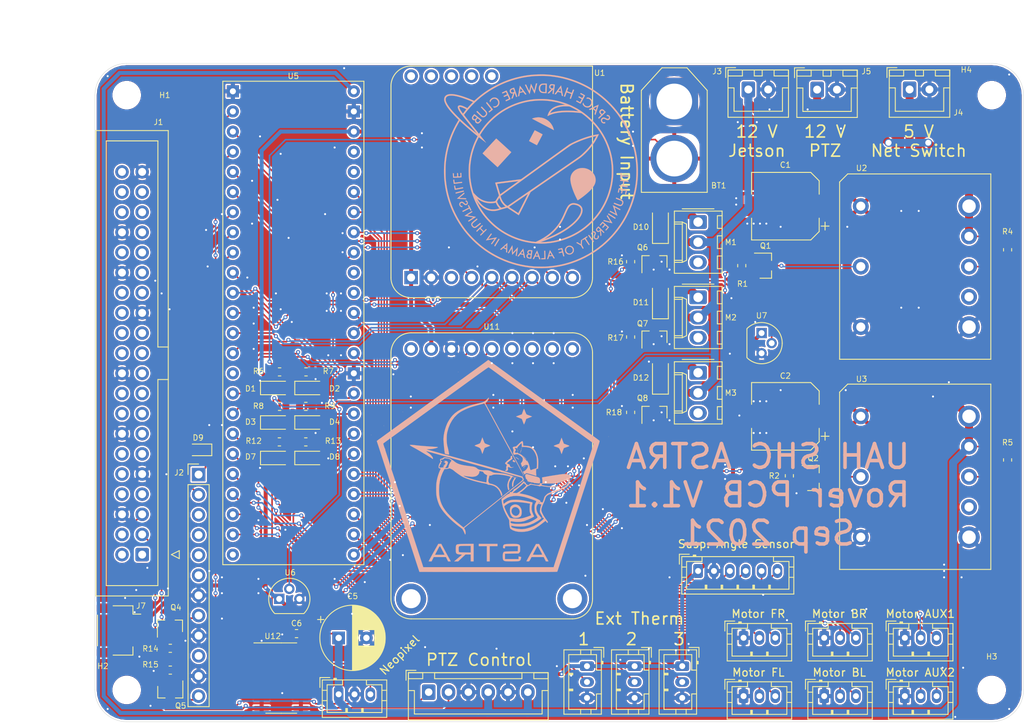
<source format=kicad_pcb>
(kicad_pcb (version 20171130) (host pcbnew "(5.1.10)-1")
  (layers (0 F.Cu signal) (31 B.Cu signal) (34 B.Paste user) (35 F.Paste user) (36 B.SilkS user) (37 F.SilkS user) (38 B.Mask user) (39 F.Mask user) (44 Edge.Cuts user))
  (net 0 "")
  (net 1 +BATT)
  (net 2 GND)
  (net 3 +5V)
  (net 4 /ADC_BATT)
  (net 5 +3V3)
  (net 6 /ADC_12V)
  (net 7 /ADC_5V)
  (net 8 +12V)
  (net 9 "Net-(D9-Pad2)")
  (net 10 "Net-(D10-Pad2)")
  (net 11 /NX_SCL)
  (net 12 /NX_SDA)
  (net 13 "Net-(J2-Pad12)")
  (net 14 "Net-(J2-Pad8)")
  (net 15 /M1_TX)
  (net 16 /M1_RX)
  (net 17 /M2_TX)
  (net 18 /M2_RX)
  (net 19 /M3_TX)
  (net 20 /M3_RX)
  (net 21 /M4_TX)
  (net 22 /M4_RX)
  (net 23 /M5_TX)
  (net 24 /M5_RX)
  (net 25 /M6_TX)
  (net 26 /M6_RX)
  (net 27 "Net-(Q1-Pad3)")
  (net 28 /12V_Disable)
  (net 29 "Net-(Q2-Pad3)")
  (net 30 /5V_Disable)
  (net 31 /JETSON_RESET)
  (net 32 /JETSON_SLEEP)
  (net 33 /Fan1_Control)
  (net 34 /Fan2_Control)
  (net 35 /Fan3_Control)
  (net 36 "Net-(R4-Pad2)")
  (net 37 /MOSI)
  (net 38 /COMMS_RST)
  (net 39 /COMMS_G0)
  (net 40 /COMMS_CS)
  (net 41 /SCK)
  (net 42 /MISO)
  (net 43 /ADC2)
  (net 44 /ADC1)
  (net 45 /ADC5)
  (net 46 /ADC4)
  (net 47 /ADC3)
  (net 48 /GPS_RX)
  (net 49 /GPS_TX)
  (net 50 /ARGB_Data)
  (net 51 "Net-(D9-Pad1)")
  (net 52 "Net-(D11-Pad2)")
  (net 53 "Net-(D12-Pad2)")
  (net 54 "Net-(J8-Pad3)")
  (net 55 "Net-(R5-Pad2)")
  (net 56 /Angle_CS)
  (net 57 "Net-(J1-Pad40)")
  (net 58 "Net-(J1-Pad38)")
  (net 59 "Net-(J1-Pad36)")
  (net 60 "Net-(J1-Pad32)")
  (net 61 "Net-(J1-Pad28)")
  (net 62 "Net-(J1-Pad26)")
  (net 63 "Net-(J1-Pad24)")
  (net 64 "Net-(J1-Pad22)")
  (net 65 "Net-(J1-Pad18)")
  (net 66 "Net-(J1-Pad16)")
  (net 67 "Net-(J1-Pad12)")
  (net 68 "Net-(J1-Pad10)")
  (net 69 "Net-(J1-Pad8)")
  (net 70 "Net-(J1-Pad4)")
  (net 71 "Net-(J1-Pad2)")
  (net 72 "Net-(J1-Pad37)")
  (net 73 "Net-(J1-Pad35)")
  (net 74 "Net-(J1-Pad33)")
  (net 75 "Net-(J1-Pad31)")
  (net 76 "Net-(J1-Pad29)")
  (net 77 "Net-(J1-Pad27)")
  (net 78 "Net-(J1-Pad23)")
  (net 79 "Net-(J1-Pad21)")
  (net 80 "Net-(J1-Pad19)")
  (net 81 "Net-(J1-Pad17)")
  (net 82 "Net-(J1-Pad15)")
  (net 83 "Net-(J1-Pad13)")
  (net 84 "Net-(J1-Pad11)")
  (net 85 "Net-(J1-Pad7)")
  (net 86 "Net-(J1-Pad1)")
  (net 87 "Net-(J2-Pad10)")
  (net 88 "Net-(J2-Pad6)")
  (net 89 "Net-(J2-Pad5)")
  (net 90 "Net-(J2-Pad4)")
  (net 91 "Net-(J2-Pad3)")
  (net 92 "Net-(M1-Pad3)")
  (net 93 "Net-(M2-Pad3)")
  (net 94 "Net-(M3-Pad3)")
  (net 95 "Net-(U1-Pad3)")
  (net 96 "Net-(U1-Pad15)")
  (net 97 "Net-(U1-Pad14)")
  (net 98 "Net-(U1-Pad13)")
  (net 99 "Net-(U1-Pad12)")
  (net 100 "Net-(U1-Pad11)")
  (net 101 "Net-(U2-Pad5)")
  (net 102 "Net-(U3-Pad5)")
  (net 103 "Net-(U5-Pad39)")
  (net 104 "Net-(U5-Pad27)")
  (net 105 "Net-(U5-Pad26)")
  (net 106 "Net-(U5-Pad21)")
  (net 107 "Net-(U5-Pad20)")
  (net 108 "Net-(U5-Pad15)")
  (net 109 "Net-(U11-Pad9)")
  (net 110 "Net-(U11-Pad4)")
  (net 111 "Net-(U11-Pad3)")
  (net 112 "Net-(U11-Pad2)")
  (net 113 "Net-(U11-Pad1)")
  (module ASTRA_Footprints:ATRALogo (layer B.Cu) (at 145.6 111.6 180)
    (fp_text reference G*** hide)
    (fp_text value LOGO hide)
  )
  (module ASTRA_Footprints:SHCLogo (layer B.Cu) (at 152.2 74.6 180)
    (fp_text reference G*** hide)
    (fp_text value LOGO hide)
  )
  (module Connector_AMASS:AMASS_XT60-M_1x02_P7.20mm_Vertical (layer F.Cu) (at 169 65.8 270)
    (fp_text reference BT1 (at 10.6 -5.6) (layer F.SilkS) (effects (font (size 0.7 0.7) (thickness 0.1))))
    (fp_text value XT60_Battery_Connector)
    (pad 1 thru_hole roundrect (at 0 0 270) (size 6 6) (drill 4.5) (layers *.Cu *.Mask) (net 2 GND))
    (pad 2 thru_hole circle (at 7.2 0 270) (size 6 6) (drill 4.5) (layers *.Cu *.Mask) (net 1 +BATT))
  )
  (module Connector_JST:JST_PH_B6B-PH-K_1x06_P2.00mm_Vertical (layer F.Cu) (at 172 125)
    (fp_text reference J15 hide)
    (fp_text value "Angle Sensor")
    (pad 6 thru_hole oval (at 10 0) (size 1.2 1.75) (drill 0.75) (layers *.Cu *.Mask) (net 56 /Angle_CS))
    (pad 5 thru_hole oval (at 8 0) (size 1.2 1.75) (drill 0.75) (layers *.Cu *.Mask) (net 41 /SCK))
    (pad 4 thru_hole oval (at 6 0) (size 1.2 1.75) (drill 0.75) (layers *.Cu *.Mask) (net 42 /MISO))
    (pad 3 thru_hole oval (at 4 0) (size 1.2 1.75) (drill 0.75) (layers *.Cu *.Mask) (net 37 /MOSI))
    (pad 2 thru_hole oval (at 2 0) (size 1.2 1.75) (drill 0.75) (layers *.Cu *.Mask) (net 2 GND))
    (pad 1 thru_hole roundrect (at 0 0) (size 1.2 1.75) (drill 0.75) (layers *.Cu *.Mask) (roundrect_rratio 0.208333) (net 5 +3V3))
  )
  (module MountingHole:MountingHole_3.2mm_M3 (layer F.Cu) (at 209 65)
    (fp_text reference H4 (at -3.2 -3.2) (layer F.SilkS) (effects (font (size 0.7 0.7) (thickness 0.1))))
    (fp_text value MountingHole)
    (pad 1 np_thru_hole circle (at 0 0) (size 3.2 3.2) (drill 3.2) (layers *.Cu *.Mask))
  )
  (module MountingHole:MountingHole_3.2mm_M3 (layer F.Cu) (at 209 140)
    (fp_text reference H3 (at 0 -4.2) (layer F.SilkS) (effects (font (size 0.7 0.7) (thickness 0.1))))
    (fp_text value MountingHole)
    (pad 1 np_thru_hole circle (at 0 0) (size 3.2 3.2) (drill 3.2) (layers *.Cu *.Mask))
  )
  (module MountingHole:MountingHole_3.2mm_M3 (layer F.Cu) (at 100 140)
    (fp_text reference H2 (at -3 -3) (layer F.SilkS) (effects (font (size 0.7 0.7) (thickness 0.1))))
    (fp_text value MountingHole)
    (pad 1 np_thru_hole circle (at 0 0) (size 3.2 3.2) (drill 3.2) (layers *.Cu *.Mask))
  )
  (module MountingHole:MountingHole_3.2mm_M3 (layer F.Cu) (at 100 65)
    (fp_text reference H1 (at 4.8 0) (layer F.SilkS) (effects (font (size 0.7 0.7) (thickness 0.1))))
    (fp_text value MountingHole)
    (pad 1 np_thru_hole circle (at 0 0) (size 3.2 3.2) (drill 3.2) (layers *.Cu *.Mask))
  )
  (module Connector_JST:JST_XH_B6B-XH-A_1x06_P2.50mm_Vertical (layer F.Cu) (at 138.05 140.28)
    (fp_text reference J14 hide)
    (fp_text value ArducamPTZ)
    (pad 6 thru_hole oval (at 12.5 0) (size 1.7 1.95) (drill 0.95) (layers *.Cu *.Mask) (net 3 +5V))
    (pad 5 thru_hole oval (at 10 0) (size 1.7 1.95) (drill 0.95) (layers *.Cu *.Mask) (net 2 GND))
    (pad 4 thru_hole oval (at 7.5 0) (size 1.7 1.95) (drill 0.95) (layers *.Cu *.Mask) (net 3 +5V))
    (pad 3 thru_hole oval (at 5 0) (size 1.7 1.95) (drill 0.95) (layers *.Cu *.Mask) (net 2 GND))
    (pad 2 thru_hole oval (at 2.5 0) (size 1.7 1.95) (drill 0.95) (layers *.Cu *.Mask) (net 11 /NX_SCL))
    (pad 1 thru_hole roundrect (at 0 0) (size 1.7 1.95) (drill 0.95) (layers *.Cu *.Mask) (roundrect_rratio 0.147059) (net 12 /NX_SDA))
  )
  (module Connector_JST:JST_PH_B3B-PH-K_1x03_P2.00mm_Vertical (layer F.Cu) (at 198.05 140.78)
    (fp_text reference J13 hide)
    (fp_text value FSESC_6.6_COMM_Minimal)
    (pad 3 thru_hole oval (at 4 0) (size 1.2 1.75) (drill 0.75) (layers *.Cu *.Mask) (net 25 /M6_TX))
    (pad 2 thru_hole oval (at 2 0) (size 1.2 1.75) (drill 0.75) (layers *.Cu *.Mask) (net 26 /M6_RX))
    (pad 1 thru_hole roundrect (at 0 0) (size 1.2 1.75) (drill 0.75) (layers *.Cu *.Mask) (roundrect_rratio 0.208333) (net 2 GND))
  )
  (module Connector_JST:JST_PH_B3B-PH-K_1x03_P2.00mm_Vertical (layer F.Cu) (at 198.05 133.43)
    (fp_text reference J12 hide)
    (fp_text value FSESC_6.6_COMM_Minimal)
    (pad 3 thru_hole oval (at 4 0) (size 1.2 1.75) (drill 0.75) (layers *.Cu *.Mask) (net 23 /M5_TX))
    (pad 2 thru_hole oval (at 2 0) (size 1.2 1.75) (drill 0.75) (layers *.Cu *.Mask) (net 24 /M5_RX))
    (pad 1 thru_hole roundrect (at 0 0) (size 1.2 1.75) (drill 0.75) (layers *.Cu *.Mask) (roundrect_rratio 0.208333) (net 2 GND))
  )
  (module Connector_JST:JST_PH_B3B-PH-K_1x03_P2.00mm_Vertical (layer F.Cu) (at 187.89 140.78)
    (fp_text reference J11 hide)
    (fp_text value FSESC_6.6_COMM_Minimal)
    (pad 3 thru_hole oval (at 4 0) (size 1.2 1.75) (drill 0.75) (layers *.Cu *.Mask) (net 21 /M4_TX))
    (pad 2 thru_hole oval (at 2 0) (size 1.2 1.75) (drill 0.75) (layers *.Cu *.Mask) (net 22 /M4_RX))
    (pad 1 thru_hole roundrect (at 0 0) (size 1.2 1.75) (drill 0.75) (layers *.Cu *.Mask) (roundrect_rratio 0.208333) (net 2 GND))
  )
  (module Connector_JST:JST_PH_B3B-PH-K_1x03_P2.00mm_Vertical (layer F.Cu) (at 187.89 133.43)
    (fp_text reference J10 hide)
    (fp_text value FSESC_6.6_COMM_Minimal)
    (pad 3 thru_hole oval (at 4 0) (size 1.2 1.75) (drill 0.75) (layers *.Cu *.Mask) (net 19 /M3_TX))
    (pad 2 thru_hole oval (at 2 0) (size 1.2 1.75) (drill 0.75) (layers *.Cu *.Mask) (net 20 /M3_RX))
    (pad 1 thru_hole roundrect (at 0 0) (size 1.2 1.75) (drill 0.75) (layers *.Cu *.Mask) (roundrect_rratio 0.208333) (net 2 GND))
  )
  (module Connector_JST:JST_PH_B3B-PH-K_1x03_P2.00mm_Vertical (layer F.Cu) (at 177.73 140.78)
    (fp_text reference J9 hide)
    (fp_text value FSESC_6.6_COMM_Minimal)
    (pad 3 thru_hole oval (at 4 0) (size 1.2 1.75) (drill 0.75) (layers *.Cu *.Mask) (net 17 /M2_TX))
    (pad 2 thru_hole oval (at 2 0) (size 1.2 1.75) (drill 0.75) (layers *.Cu *.Mask) (net 18 /M2_RX))
    (pad 1 thru_hole roundrect (at 0 0) (size 1.2 1.75) (drill 0.75) (layers *.Cu *.Mask) (roundrect_rratio 0.208333) (net 2 GND))
  )
  (module Connector_JST:JST_PH_B3B-PH-K_1x03_P2.00mm_Vertical (layer F.Cu) (at 177.73 133.43)
    (fp_text reference J6 hide)
    (fp_text value FSESC_6.6_COMM_Minimal)
    (pad 3 thru_hole oval (at 4 0) (size 1.2 1.75) (drill 0.75) (layers *.Cu *.Mask) (net 15 /M1_TX))
    (pad 2 thru_hole oval (at 2 0) (size 1.2 1.75) (drill 0.75) (layers *.Cu *.Mask) (net 16 /M1_RX))
    (pad 1 thru_hole roundrect (at 0 0) (size 1.2 1.75) (drill 0.75) (layers *.Cu *.Mask) (roundrect_rratio 0.208333) (net 2 GND))
  )
  (module Connector_JST:JST_PH_B3B-PH-K_1x03_P2.00mm_Vertical (layer F.Cu) (at 164 137 270)
    (fp_text reference U10 hide)
    (fp_text value "Analog Temp Sensor")
    (pad 3 thru_hole oval (at 4 0 270) (size 1.2 1.75) (drill 0.75) (layers *.Cu *.Mask) (net 2 GND))
    (pad 2 thru_hole oval (at 2 0 270) (size 1.2 1.75) (drill 0.75) (layers *.Cu *.Mask) (net 45 /ADC5))
    (pad 1 thru_hole roundrect (at 0 0 270) (size 1.2 1.75) (drill 0.75) (layers *.Cu *.Mask) (roundrect_rratio 0.208333) (net 5 +3V3))
  )
  (module Connector_JST:JST_PH_B3B-PH-K_1x03_P2.00mm_Vertical (layer F.Cu) (at 158 137 270)
    (fp_text reference U9 hide)
    (fp_text value "Analog Temp Sensor")
    (pad 3 thru_hole oval (at 4 0 270) (size 1.2 1.75) (drill 0.75) (layers *.Cu *.Mask) (net 2 GND))
    (pad 2 thru_hole oval (at 2 0 270) (size 1.2 1.75) (drill 0.75) (layers *.Cu *.Mask) (net 46 /ADC4))
    (pad 1 thru_hole roundrect (at 0 0 270) (size 1.2 1.75) (drill 0.75) (layers *.Cu *.Mask) (roundrect_rratio 0.208333) (net 5 +3V3))
  )
  (module Connector_JST:JST_PH_B3B-PH-K_1x03_P2.00mm_Vertical (layer F.Cu) (at 170 137 270)
    (fp_text reference U8 hide)
    (fp_text value "Analog Temp Sensor")
    (pad 3 thru_hole oval (at 4 0 270) (size 1.2 1.75) (drill 0.75) (layers *.Cu *.Mask) (net 2 GND))
    (pad 2 thru_hole oval (at 2 0 270) (size 1.2 1.75) (drill 0.75) (layers *.Cu *.Mask) (net 47 /ADC3))
    (pad 1 thru_hole roundrect (at 0 0 270) (size 1.2 1.75) (drill 0.75) (layers *.Cu *.Mask) (roundrect_rratio 0.208333) (net 5 +3V3))
  )
  (module Package_TO_SOT_THT:TO-92 (layer F.Cu) (at 180 95 270)
    (fp_text reference U7 (at -2.2 0 180) (layer F.SilkS) (effects (font (size 0.7 0.7) (thickness 0.1))))
    (fp_text value "Analog Temp Sensor")
    (pad 1 thru_hole rect (at 0 0 270) (size 1.3 1.3) (drill 0.75) (layers *.Cu *.Mask) (net 5 +3V3))
    (pad 3 thru_hole circle (at 2.54 0 270) (size 1.3 1.3) (drill 0.75) (layers *.Cu *.Mask) (net 2 GND))
    (pad 2 thru_hole circle (at 1.27 -1.27 270) (size 1.3 1.3) (drill 0.75) (layers *.Cu *.Mask) (net 43 /ADC2))
  )
  (module Package_TO_SOT_THT:TO-92 (layer F.Cu) (at 119.22 128.524)
    (fp_text reference U6 (at 1.38 -3.324) (layer F.SilkS) (effects (font (size 0.7 0.7) (thickness 0.1))))
    (fp_text value "Analog Temp Sensor")
    (pad 1 thru_hole rect (at 0 0) (size 1.3 1.3) (drill 0.75) (layers *.Cu *.Mask) (net 5 +3V3))
    (pad 3 thru_hole circle (at 2.54 0) (size 1.3 1.3) (drill 0.75) (layers *.Cu *.Mask) (net 2 GND))
    (pad 2 thru_hole circle (at 1.27 -1.27) (size 1.3 1.3) (drill 0.75) (layers *.Cu *.Mask) (net 44 /ADC1))
  )
  (module Package_SO:SOIC-14_3.9x8.7mm_P1.27mm (layer F.Cu) (at 119.476 138.502)
    (fp_text reference U12 (at -1.076 -5.28) (layer F.SilkS) (effects (font (size 0.7 0.7) (thickness 0.1))))
    (fp_text value SN74AHCT125D)
    (pad 14 smd roundrect (at 2.475 -3.81) (size 1.95 0.6) (layers F.Cu F.Paste F.Mask) (net 3 +5V))
    (pad 13 smd roundrect (at 2.475 -2.54) (size 1.95 0.6) (layers F.Cu F.Paste F.Mask) (net 2 GND))
    (pad 12 smd roundrect (at 2.475 -1.27) (size 1.95 0.6) (layers F.Cu F.Paste F.Mask) (net 2 GND))
    (pad 11 smd roundrect (at 2.475 0) (size 1.95 0.6) (layers F.Cu F.Paste F.Mask) (net 2 GND))
    (pad 10 smd roundrect (at 2.475 1.27) (size 1.95 0.6) (layers F.Cu F.Paste F.Mask) (net 2 GND))
    (pad 9 smd roundrect (at 2.475 2.54) (size 1.95 0.6) (layers F.Cu F.Paste F.Mask) (net 2 GND))
    (pad 8 smd roundrect (at 2.475 3.81) (size 1.95 0.6) (layers F.Cu F.Paste F.Mask) (net 2 GND))
    (pad 7 smd roundrect (at -2.475 3.81) (size 1.95 0.6) (layers F.Cu F.Paste F.Mask) (net 2 GND))
    (pad 6 smd roundrect (at -2.475 2.54) (size 1.95 0.6) (layers F.Cu F.Paste F.Mask) (net 2 GND))
    (pad 5 smd roundrect (at -2.475 1.27) (size 1.95 0.6) (layers F.Cu F.Paste F.Mask) (net 2 GND))
    (pad 4 smd roundrect (at -2.475 0) (size 1.95 0.6) (layers F.Cu F.Paste F.Mask) (net 2 GND))
    (pad 3 smd roundrect (at -2.475 -1.27) (size 1.95 0.6) (layers F.Cu F.Paste F.Mask) (net 54 "Net-(J8-Pad3)"))
    (pad 2 smd roundrect (at -2.475 -2.54) (size 1.95 0.6) (layers F.Cu F.Paste F.Mask) (net 50 /ARGB_Data))
    (pad 1 smd roundrect (at -2.475 -3.81) (size 1.95 0.6) (layers F.Cu F.Paste F.Mask) (net 2 GND))
  )
  (module ASTRA_Footprints:Adafruit_GPS_Breakout (layer F.Cu) (at 146 97 180)
    (fp_text reference U11 (at 0 2.8) (layer F.SilkS) (effects (font (size 0.7 0.7) (thickness 0.1))))
    (fp_text value Adafruit_GPS_V3)
    (pad "" np_thru_hole circle (at 10.16 -31.496 180) (size 3.8 3.8) (drill 2.4) (layers *.Cu *.Mask))
    (pad "" np_thru_hole circle (at -10.16 -31.496 180) (size 3.8 3.8) (drill 2.4) (layers *.Cu *.Mask))
    (pad 9 thru_hole circle (at 10.16 0 180) (size 1.7 1.7) (drill 1) (layers *.Cu *.Mask) (net 109 "Net-(U11-Pad9)"))
    (pad 8 thru_hole circle (at 7.62 0 180) (size 1.7 1.7) (drill 1) (layers *.Cu *.Mask) (net 5 +3V3))
    (pad 7 thru_hole circle (at 5.08 0 180) (size 1.7 1.7) (drill 1) (layers *.Cu *.Mask) (net 2 GND))
    (pad 6 thru_hole circle (at 2.54 0 180) (size 1.7 1.7) (drill 1) (layers *.Cu *.Mask) (net 48 /GPS_RX))
    (pad 5 thru_hole circle (at 0 0 180) (size 1.7 1.7) (drill 1) (layers *.Cu *.Mask) (net 49 /GPS_TX))
    (pad 4 thru_hole circle (at -2.54 0 180) (size 1.7 1.7) (drill 1) (layers *.Cu *.Mask) (net 110 "Net-(U11-Pad4)"))
    (pad 3 thru_hole circle (at -5.08 0 180) (size 1.7 1.7) (drill 1) (layers *.Cu *.Mask) (net 111 "Net-(U11-Pad3)"))
    (pad 2 thru_hole circle (at -7.62 0 180) (size 1.7 1.7) (drill 1) (layers *.Cu *.Mask) (net 112 "Net-(U11-Pad2)"))
    (pad 1 thru_hole circle (at -10.16 0 180) (size 1.7 1.7) (drill 1) (layers *.Cu *.Mask) (net 113 "Net-(U11-Pad1)"))
  )
  (module ASTRA_Footprints:Teensy4.1 (layer F.Cu) (at 112.108 124.206)
    (fp_text reference U5 (at 8.89 -61.606) (layer F.SilkS) (effects (font (size 0.7 0.7) (thickness 0.1))))
    (fp_text value Teensy_4.1)
    (pad 48 thru_hole circle (at 16.51 -21.59) (size 1.524 1.524) (drill 0.762) (layers *.Cu *.Mask) (net 4 /ADC_BATT))
    (pad 47 thru_hole circle (at 16.51 -19.05) (size 1.524 1.524) (drill 0.762) (layers *.Cu *.Mask) (net 6 /ADC_12V))
    (pad 46 thru_hole circle (at 16.51 -16.51) (size 1.524 1.524) (drill 0.762) (layers *.Cu *.Mask) (net 7 /ADC_5V))
    (pad 45 thru_hole circle (at 16.51 -13.97) (size 1.524 1.524) (drill 0.762) (layers *.Cu *.Mask) (net 47 /ADC3))
    (pad 44 thru_hole circle (at 16.51 -11.43) (size 1.524 1.524) (drill 0.762) (layers *.Cu *.Mask) (net 35 /Fan3_Control))
    (pad 43 thru_hole circle (at 16.51 -8.89) (size 1.524 1.524) (drill 0.762) (layers *.Cu *.Mask) (net 34 /Fan2_Control))
    (pad 42 thru_hole circle (at 16.51 -6.35) (size 1.524 1.524) (drill 0.762) (layers *.Cu *.Mask) (net 15 /M1_TX))
    (pad 41 thru_hole circle (at 16.51 -3.81) (size 1.524 1.524) (drill 0.762) (layers *.Cu *.Mask) (net 16 /M1_RX))
    (pad 40 thru_hole circle (at 16.51 -1.27) (size 1.524 1.524) (drill 0.762) (layers *.Cu *.Mask) (net 33 /Fan1_Control))
    (pad 39 thru_hole circle (at 1.27 -1.27) (size 1.524 1.524) (drill 0.762) (layers *.Cu *.Mask) (net 103 "Net-(U5-Pad39)"))
    (pad 38 thru_hole circle (at 1.27 -3.81) (size 1.524 1.524) (drill 0.762) (layers *.Cu *.Mask) (net 30 /5V_Disable))
    (pad 37 thru_hole circle (at 1.27 -6.35) (size 1.524 1.524) (drill 0.762) (layers *.Cu *.Mask) (net 28 /12V_Disable))
    (pad 36 thru_hole circle (at 1.27 -8.89) (size 1.524 1.524) (drill 0.762) (layers *.Cu *.Mask) (net 17 /M2_TX))
    (pad 35 thru_hole circle (at 1.27 -11.43) (size 1.524 1.524) (drill 0.762) (layers *.Cu *.Mask) (net 18 /M2_RX))
    (pad 34 thru_hole circle (at 1.27 -13.97) (size 1.524 1.524) (drill 0.762) (layers *.Cu *.Mask) (net 46 /ADC4))
    (pad 33 thru_hole circle (at 1.27 -16.51) (size 1.524 1.524) (drill 0.762) (layers *.Cu *.Mask) (net 45 /ADC5))
    (pad 32 thru_hole circle (at 1.27 -19.05) (size 1.524 1.524) (drill 0.762) (layers *.Cu *.Mask) (net 48 /GPS_RX))
    (pad 31 thru_hole circle (at 1.27 -21.59) (size 1.524 1.524) (drill 0.762) (layers *.Cu *.Mask) (net 49 /GPS_TX))
    (pad 30 thru_hole circle (at 16.51 -59.69) (size 1.524 1.524) (drill 0.762) (layers *.Cu *.Mask) (net 3 +5V))
    (pad 29 thru_hole rect (at 16.51 -57.15) (size 1.524 1.524) (drill 0.762) (layers *.Cu *.Mask) (net 2 GND))
    (pad 28 thru_hole circle (at 16.51 -54.61) (size 1.524 1.524) (drill 0.762) (layers *.Cu *.Mask) (net 5 +3V3))
    (pad 27 thru_hole circle (at 16.51 -52.07) (size 1.524 1.524) (drill 0.762) (layers *.Cu *.Mask) (net 104 "Net-(U5-Pad27)"))
    (pad 26 thru_hole circle (at 16.51 -49.53) (size 1.524 1.524) (drill 0.762) (layers *.Cu *.Mask) (net 105 "Net-(U5-Pad26)"))
    (pad 25 thru_hole circle (at 16.51 -46.99) (size 1.524 1.524) (drill 0.762) (layers *.Cu *.Mask) (net 24 /M5_RX))
    (pad 24 thru_hole circle (at 16.51 -44.45) (size 1.524 1.524) (drill 0.762) (layers *.Cu *.Mask) (net 23 /M5_TX))
    (pad 23 thru_hole circle (at 16.51 -41.91) (size 1.524 1.524) (drill 0.762) (layers *.Cu *.Mask) (net 43 /ADC2))
    (pad 22 thru_hole circle (at 16.51 -39.37) (size 1.524 1.524) (drill 0.762) (layers *.Cu *.Mask) (net 44 /ADC1))
    (pad 21 thru_hole circle (at 16.51 -36.83) (size 1.524 1.524) (drill 0.762) (layers *.Cu *.Mask) (net 106 "Net-(U5-Pad21)"))
    (pad 20 thru_hole circle (at 16.51 -34.29) (size 1.524 1.524) (drill 0.762) (layers *.Cu *.Mask) (net 107 "Net-(U5-Pad20)"))
    (pad 19 thru_hole circle (at 16.51 -31.75) (size 1.524 1.524) (drill 0.762) (layers *.Cu *.Mask) (net 20 /M3_RX))
    (pad 18 thru_hole circle (at 16.51 -29.21) (size 1.524 1.524) (drill 0.762) (layers *.Cu *.Mask) (net 41 /SCK))
    (pad 17 thru_hole circle (at 16.51 -26.67) (size 1.524 1.524) (drill 0.762) (layers *.Cu *.Mask) (net 19 /M3_TX))
    (pad 16 thru_hole rect (at 16.51 -24.13) (size 1.524 1.524) (drill 0.762) (layers *.Cu *.Mask) (net 2 GND))
    (pad 15 thru_hole circle (at 1.27 -24.13) (size 1.524 1.524) (drill 0.762) (layers *.Cu *.Mask) (net 108 "Net-(U5-Pad15)"))
    (pad 14 thru_hole circle (at 1.27 -26.67) (size 1.524 1.524) (drill 0.762) (layers *.Cu *.Mask) (net 42 /MISO))
    (pad 13 thru_hole circle (at 1.27 -29.21) (size 1.524 1.524) (drill 0.762) (layers *.Cu *.Mask) (net 37 /MOSI))
    (pad 12 thru_hole circle (at 1.27 -31.75) (size 1.524 1.524) (drill 0.762) (layers *.Cu *.Mask) (net 40 /COMMS_CS))
    (pad 11 thru_hole circle (at 1.27 -34.29) (size 1.524 1.524) (drill 0.762) (layers *.Cu *.Mask) (net 56 /Angle_CS))
    (pad 10 thru_hole circle (at 1.27 -36.83) (size 1.524 1.524) (drill 0.762) (layers *.Cu *.Mask) (net 21 /M4_TX))
    (pad 9 thru_hole circle (at 1.27 -39.37) (size 1.524 1.524) (drill 0.762) (layers *.Cu *.Mask) (net 22 /M4_RX))
    (pad 8 thru_hole circle (at 1.27 -41.91) (size 1.524 1.524) (drill 0.762) (layers *.Cu *.Mask) (net 31 /JETSON_RESET))
    (pad 7 thru_hole circle (at 1.27 -44.45) (size 1.524 1.524) (drill 0.762) (layers *.Cu *.Mask) (net 32 /JETSON_SLEEP))
    (pad 6 thru_hole circle (at 1.27 -46.99) (size 1.524 1.524) (drill 0.762) (layers *.Cu *.Mask) (net 39 /COMMS_G0))
    (pad 5 thru_hole circle (at 1.27 -49.53) (size 1.524 1.524) (drill 0.762) (layers *.Cu *.Mask) (net 38 /COMMS_RST))
    (pad 4 thru_hole circle (at 1.27 -52.07) (size 1.524 1.524) (drill 0.762) (layers *.Cu *.Mask) (net 50 /ARGB_Data))
    (pad 3 thru_hole circle (at 1.27 -54.61) (size 1.524 1.524) (drill 0.762) (layers *.Cu *.Mask) (net 25 /M6_TX))
    (pad 2 thru_hole circle (at 1.27 -57.15) (size 1.524 1.524) (drill 0.762) (layers *.Cu *.Mask) (net 26 /M6_RX))
    (pad 1 thru_hole rect (at 1.27 -59.69) (size 1.524 1.524) (drill 0.762) (layers *.Cu *.Mask) (net 2 GND))
  )
  (module ASTRA_Footprints:Power_Supply_32nd_Brick (layer F.Cu) (at 192.5 105.5)
    (fp_text reference U3 (at 0.1 -4.7) (layer F.SilkS) (effects (font (size 0.7 0.7) (thickness 0.1))))
    (fp_text value TDK_I3A4W008A033V)
    (pad 8 thru_hole circle (at 13.6398 0) (size 2.7 2.7) (drill 1.7) (layers *.Cu *.Mask) (net 3 +5V))
    (pad 7 thru_hole circle (at 13.6398 3.81) (size 2 2) (drill 1.15) (layers *.Cu *.Mask) (net 3 +5V))
    (pad 6 thru_hole circle (at 13.6398 7.62) (size 2 2) (drill 1.15) (layers *.Cu *.Mask) (net 55 "Net-(R5-Pad2)"))
    (pad 5 thru_hole circle (at 13.6398 11.43) (size 2 2) (drill 1.15) (layers *.Cu *.Mask) (net 102 "Net-(U3-Pad5)"))
    (pad 4 thru_hole circle (at 13.6398 15.24) (size 2.7 2.7) (drill 1.7) (layers *.Cu *.Mask) (net 2 GND))
    (pad 3 thru_hole circle (at 0 15.24) (size 2 2) (drill 1.15) (layers *.Cu *.Mask) (net 2 GND))
    (pad 2 thru_hole circle (at 0 7.62) (size 2 2) (drill 1.15) (layers *.Cu *.Mask) (net 29 "Net-(Q2-Pad3)"))
    (pad 1 thru_hole circle (at 0 0) (size 2 2) (drill 1.15) (layers *.Cu *.Mask) (net 1 +BATT))
  )
  (module ASTRA_Footprints:Power_Supply_32nd_Brick (layer F.Cu) (at 192.5 79)
    (fp_text reference U2 (at 0.1 -4.8) (layer F.SilkS) (effects (font (size 0.7 0.7) (thickness 0.1))))
    (fp_text value TDK_I3A4W008A033V)
    (pad 8 thru_hole circle (at 13.6398 0) (size 2.7 2.7) (drill 1.7) (layers *.Cu *.Mask) (net 8 +12V))
    (pad 7 thru_hole circle (at 13.6398 3.81) (size 2 2) (drill 1.15) (layers *.Cu *.Mask) (net 8 +12V))
    (pad 6 thru_hole circle (at 13.6398 7.62) (size 2 2) (drill 1.15) (layers *.Cu *.Mask) (net 36 "Net-(R4-Pad2)"))
    (pad 5 thru_hole circle (at 13.6398 11.43) (size 2 2) (drill 1.15) (layers *.Cu *.Mask) (net 101 "Net-(U2-Pad5)"))
    (pad 4 thru_hole circle (at 13.6398 15.24) (size 2.7 2.7) (drill 1.7) (layers *.Cu *.Mask) (net 2 GND))
    (pad 3 thru_hole circle (at 0 15.24) (size 2 2) (drill 1.15) (layers *.Cu *.Mask) (net 2 GND))
    (pad 2 thru_hole circle (at 0 7.62) (size 2 2) (drill 1.15) (layers *.Cu *.Mask) (net 27 "Net-(Q1-Pad3)"))
    (pad 1 thru_hole circle (at 0 0) (size 2 2) (drill 1.15) (layers *.Cu *.Mask) (net 1 +BATT))
  )
  (module ASTRA_Footprints:Adafruit_RFM95W (layer F.Cu) (at 135.84 88 90)
    (fp_text reference U1 (at 25.8 23.76 180) (layer F.SilkS) (effects (font (size 0.7 0.7) (thickness 0.1))))
    (fp_text value RFM95W_Adafruit_Breakout)
    (pad 7 thru_hole oval (at 0 15.24) (size 1.7 1.7) (drill 1) (layers *.Cu *.Mask) (net 37 /MOSI))
    (pad 3 thru_hole oval (at 0 5.08 90) (size 1.7 1.7) (drill 1) (layers *.Cu *.Mask) (net 95 "Net-(U1-Pad3)"))
    (pad 9 thru_hole oval (at 0 20.32 90) (size 1.7 1.7) (drill 1) (layers *.Cu *.Mask) (net 38 /COMMS_RST))
    (pad 4 thru_hole oval (at 0 7.62 90) (size 1.7 1.7) (drill 1) (layers *.Cu *.Mask) (net 39 /COMMS_G0))
    (pad 8 thru_hole oval (at 0 17.78 90) (size 1.7 1.7) (drill 1) (layers *.Cu *.Mask) (net 40 /COMMS_CS))
    (pad 1 thru_hole rect (at 0 0 90) (size 1.7 1.7) (drill 1) (layers *.Cu *.Mask) (net 5 +3V3))
    (pad 2 thru_hole oval (at 0 2.54 90) (size 1.7 1.7) (drill 1) (layers *.Cu *.Mask) (net 2 GND))
    (pad 5 thru_hole oval (at 0 10.16 90) (size 1.7 1.7) (drill 1) (layers *.Cu *.Mask) (net 41 /SCK))
    (pad 6 thru_hole oval (at 0 12.7 90) (size 1.7 1.7) (drill 1) (layers *.Cu *.Mask) (net 42 /MISO))
    (pad 15 thru_hole circle (at 25.4 0 90) (size 1.7 1.7) (drill 1) (layers *.Cu *.Mask) (net 96 "Net-(U1-Pad15)"))
    (pad 14 thru_hole circle (at 25.4 2.54 90) (size 1.7 1.7) (drill 1) (layers *.Cu *.Mask) (net 97 "Net-(U1-Pad14)"))
    (pad 13 thru_hole circle (at 25.4 5.08 90) (size 1.7 1.7) (drill 1) (layers *.Cu *.Mask) (net 98 "Net-(U1-Pad13)"))
    (pad 12 thru_hole circle (at 25.4 7.62 90) (size 1.7 1.7) (drill 1) (layers *.Cu *.Mask) (net 99 "Net-(U1-Pad12)"))
    (pad 11 thru_hole circle (at 25.4 10.16 90) (size 1.7 1.7) (drill 1) (layers *.Cu *.Mask) (net 100 "Net-(U1-Pad11)"))
  )
  (module Resistor_SMD:R_0603_1608Metric (layer F.Cu) (at 163.5 105 90)
    (fp_text reference R18 (at 0 -2.1 180) (layer F.SilkS) (effects (font (size 0.7 0.7) (thickness 0.1))))
    (fp_text value 10k)
    (pad 2 smd roundrect (at 0.7875 0 90) (size 0.875 0.95) (layers F.Cu F.Paste F.Mask) (net 2 GND))
    (pad 1 smd roundrect (at -0.7875 0 90) (size 0.875 0.95) (layers F.Cu F.Paste F.Mask) (net 35 /Fan3_Control))
  )
  (module Resistor_SMD:R_0603_1608Metric (layer F.Cu) (at 163.5 95.5 90)
    (fp_text reference R17 (at -0.1 -1.9 180) (layer F.SilkS) (effects (font (size 0.7 0.7) (thickness 0.1))))
    (fp_text value 10k)
    (pad 2 smd roundrect (at 0.7875 0 90) (size 0.875 0.95) (layers F.Cu F.Paste F.Mask) (net 2 GND))
    (pad 1 smd roundrect (at -0.7875 0 90) (size 0.875 0.95) (layers F.Cu F.Paste F.Mask) (net 34 /Fan2_Control))
  )
  (module Resistor_SMD:R_0603_1608Metric (layer F.Cu) (at 163.5 86 90)
    (fp_text reference R16 (at 0 -1.9 180) (layer F.SilkS) (effects (font (size 0.7 0.7) (thickness 0.1))))
    (fp_text value 10k)
    (pad 2 smd roundrect (at 0.7875 0 90) (size 0.875 0.95) (layers F.Cu F.Paste F.Mask) (net 2 GND))
    (pad 1 smd roundrect (at -0.7875 0 90) (size 0.875 0.95) (layers F.Cu F.Paste F.Mask) (net 33 /Fan1_Control))
  )
  (module Resistor_SMD:R_0603_1608Metric (layer F.Cu) (at 105.492 137.5 180)
    (fp_text reference R15 (at 2.492 0.7) (layer F.SilkS) (effects (font (size 0.7 0.7) (thickness 0.1))))
    (fp_text value 10k)
    (pad 2 smd roundrect (at 0.7875 0 180) (size 0.875 0.95) (layers F.Cu F.Paste F.Mask) (net 2 GND))
    (pad 1 smd roundrect (at -0.7875 0 180) (size 0.875 0.95) (layers F.Cu F.Paste F.Mask) (net 32 /JETSON_SLEEP))
  )
  (module Resistor_SMD:R_0603_1608Metric (layer F.Cu) (at 105.492 134.75)
    (fp_text reference R14 (at -2.492 0.05) (layer F.SilkS) (effects (font (size 0.7 0.7) (thickness 0.1))))
    (fp_text value 10k)
    (pad 2 smd roundrect (at 0.7875 0) (size 0.875 0.95) (layers F.Cu F.Paste F.Mask) (net 2 GND))
    (pad 1 smd roundrect (at -0.7875 0) (size 0.875 0.95) (layers F.Cu F.Paste F.Mask) (net 31 /JETSON_RESET))
  )
  (module Resistor_SMD:R_0603_1608Metric (layer F.Cu) (at 122.57 108.722)
    (fp_text reference R13 (at 3.43 -0.122) (layer F.SilkS) (effects (font (size 0.7 0.7) (thickness 0.1))))
    (fp_text value 10k)
    (pad 2 smd roundrect (at 0.7875 0) (size 0.875 0.95) (layers F.Cu F.Paste F.Mask) (net 2 GND))
    (pad 1 smd roundrect (at -0.7875 0) (size 0.875 0.95) (layers F.Cu F.Paste F.Mask) (net 7 /ADC_5V))
  )
  (module Resistor_SMD:R_0603_1608Metric (layer F.Cu) (at 119.2425 108.722)
    (fp_text reference R12 (at -3.2425 -0.122) (layer F.SilkS) (effects (font (size 0.7 0.7) (thickness 0.1))))
    (fp_text value 80.6k)
    (pad 2 smd roundrect (at 0.7875 0) (size 0.875 0.95) (layers F.Cu F.Paste F.Mask) (net 7 /ADC_5V))
    (pad 1 smd roundrect (at -0.7875 0) (size 0.875 0.95) (layers F.Cu F.Paste F.Mask) (net 3 +5V))
  )
  (module Resistor_SMD:R_0603_1608Metric (layer F.Cu) (at 122.57 104.244)
    (fp_text reference R9 (at 3.03 -0.044) (layer F.SilkS) (effects (font (size 0.7 0.7) (thickness 0.1))))
    (fp_text value 10k)
    (pad 2 smd roundrect (at 0.7875 0) (size 0.875 0.95) (layers F.Cu F.Paste F.Mask) (net 2 GND))
    (pad 1 smd roundrect (at -0.7875 0) (size 0.875 0.95) (layers F.Cu F.Paste F.Mask) (net 6 /ADC_12V))
  )
  (module Resistor_SMD:R_0603_1608Metric (layer F.Cu) (at 119.268 104.244)
    (fp_text reference R8 (at -2.668 -0.044) (layer F.SilkS) (effects (font (size 0.7 0.7) (thickness 0.1))))
    (fp_text value 80.6k)
    (pad 2 smd roundrect (at 0.7875 0) (size 0.875 0.95) (layers F.Cu F.Paste F.Mask) (net 6 /ADC_12V))
    (pad 1 smd roundrect (at -0.7875 0) (size 0.875 0.95) (layers F.Cu F.Paste F.Mask) (net 8 +12V))
  )
  (module Resistor_SMD:R_0603_1608Metric (layer F.Cu) (at 122.5955 99.896)
    (fp_text reference R7 (at 2.8045 -0.096) (layer F.SilkS) (effects (font (size 0.7 0.7) (thickness 0.1))))
    (fp_text value 10k)
    (pad 2 smd roundrect (at 0.7875 0) (size 0.875 0.95) (layers F.Cu F.Paste F.Mask) (net 2 GND))
    (pad 1 smd roundrect (at -0.7875 0) (size 0.875 0.95) (layers F.Cu F.Paste F.Mask) (net 4 /ADC_BATT))
  )
  (module Resistor_SMD:R_0603_1608Metric (layer F.Cu) (at 119.268 99.896)
    (fp_text reference R6 (at -2.668 -0.096) (layer F.SilkS) (effects (font (size 0.7 0.7) (thickness 0.1))))
    (fp_text value 80.6k)
    (pad 2 smd roundrect (at 0.7875 0) (size 0.875 0.95) (layers F.Cu F.Paste F.Mask) (net 4 /ADC_BATT))
    (pad 1 smd roundrect (at -0.7875 0) (size 0.875 0.95) (layers F.Cu F.Paste F.Mask) (net 1 +BATT))
  )
  (module Resistor_SMD:R_0603_1608Metric (layer F.Cu) (at 211 111 270)
    (fp_text reference R5 (at -2.2 0 180) (layer F.SilkS) (effects (font (size 0.7 0.7) (thickness 0.1))))
    (fp_text value 8.45k)
    (pad 2 smd roundrect (at 0.7875 0 270) (size 0.875 0.95) (layers F.Cu F.Paste F.Mask) (net 55 "Net-(R5-Pad2)"))
    (pad 1 smd roundrect (at -0.7875 0 270) (size 0.875 0.95) (layers F.Cu F.Paste F.Mask) (net 3 +5V))
  )
  (module Resistor_SMD:R_0603_1608Metric (layer F.Cu) (at 211 84.5 270)
    (fp_text reference R4 (at -2.3 0 180) (layer F.SilkS) (effects (font (size 0.7 0.7) (thickness 0.1))))
    (fp_text value 1.82k)
    (pad 2 smd roundrect (at 0.7875 0 270) (size 0.875 0.95) (layers F.Cu F.Paste F.Mask) (net 36 "Net-(R4-Pad2)"))
    (pad 1 smd roundrect (at -0.7875 0 270) (size 0.875 0.95) (layers F.Cu F.Paste F.Mask) (net 8 +12V))
  )
  (module Resistor_SMD:R_0603_1608Metric (layer F.Cu) (at 183.5 113 270)
    (fp_text reference R2 (at 0 1.9 180) (layer F.SilkS) (effects (font (size 0.7 0.7) (thickness 0.1))))
    (fp_text value 100k)
    (pad 2 smd roundrect (at 0.7875 0 270) (size 0.875 0.95) (layers F.Cu F.Paste F.Mask) (net 2 GND))
    (pad 1 smd roundrect (at -0.7875 0 270) (size 0.875 0.95) (layers F.Cu F.Paste F.Mask) (net 30 /5V_Disable))
  )
  (module Resistor_SMD:R_0603_1608Metric (layer F.Cu) (at 177.5 86.5 270)
    (fp_text reference R1 (at 2.3 -0.1 180) (layer F.SilkS) (effects (font (size 0.7 0.7) (thickness 0.1))))
    (fp_text value 100k)
    (pad 2 smd roundrect (at 0.7875 0 270) (size 0.875 0.95) (layers F.Cu F.Paste F.Mask) (net 2 GND))
    (pad 1 smd roundrect (at -0.7875 0 270) (size 0.875 0.95) (layers F.Cu F.Paste F.Mask) (net 28 /12V_Disable))
  )
  (module Package_TO_SOT_SMD:SOT-23 (layer F.Cu) (at 166.5 105 90)
    (fp_text reference Q8 (at 1.8 -1.5 180) (layer F.SilkS) (effects (font (size 0.7 0.7) (thickness 0.1))))
    (fp_text value Q_NMOS_GSD)
    (pad 3 smd rect (at 1 0 90) (size 0.9 0.8) (layers F.Cu F.Paste F.Mask) (net 53 "Net-(D12-Pad2)"))
    (pad 2 smd rect (at -1 0.95 90) (size 0.9 0.8) (layers F.Cu F.Paste F.Mask) (net 2 GND))
    (pad 1 smd rect (at -1 -0.95 90) (size 0.9 0.8) (layers F.Cu F.Paste F.Mask) (net 35 /Fan3_Control))
  )
  (module Package_TO_SOT_SMD:SOT-23 (layer F.Cu) (at 166.5 95.5 90)
    (fp_text reference Q7 (at 1.7 -1.5 180) (layer F.SilkS) (effects (font (size 0.7 0.7) (thickness 0.1))))
    (fp_text value Q_NMOS_GSD)
    (pad 3 smd rect (at 1 0 90) (size 0.9 0.8) (layers F.Cu F.Paste F.Mask) (net 52 "Net-(D11-Pad2)"))
    (pad 2 smd rect (at -1 0.95 90) (size 0.9 0.8) (layers F.Cu F.Paste F.Mask) (net 2 GND))
    (pad 1 smd rect (at -1 -0.95 90) (size 0.9 0.8) (layers F.Cu F.Paste F.Mask) (net 34 /Fan2_Control))
  )
  (module Package_TO_SOT_SMD:SOT-23 (layer F.Cu) (at 166.5 86 90)
    (fp_text reference Q6 (at 1.8 -1.5 180) (layer F.SilkS) (effects (font (size 0.7 0.7) (thickness 0.1))))
    (fp_text value Q_NMOS_GSD)
    (pad 3 smd rect (at 1 0 90) (size 0.9 0.8) (layers F.Cu F.Paste F.Mask) (net 10 "Net-(D10-Pad2)"))
    (pad 2 smd rect (at -1 0.95 90) (size 0.9 0.8) (layers F.Cu F.Paste F.Mask) (net 2 GND))
    (pad 1 smd rect (at -1 -0.95 90) (size 0.9 0.8) (layers F.Cu F.Paste F.Mask) (net 33 /Fan1_Control))
  )
  (module Package_TO_SOT_SMD:SOT-23 (layer F.Cu) (at 105.492 140.25 270)
    (fp_text reference Q5 (at 1.75 -1.308 180) (layer F.SilkS) (effects (font (size 0.7 0.7) (thickness 0.1))))
    (fp_text value Q_NMOS_GSD)
    (pad 3 smd rect (at 1 0 270) (size 0.9 0.8) (layers F.Cu F.Paste F.Mask) (net 13 "Net-(J2-Pad12)"))
    (pad 2 smd rect (at -1 0.95 270) (size 0.9 0.8) (layers F.Cu F.Paste F.Mask) (net 2 GND))
    (pad 1 smd rect (at -1 -0.95 270) (size 0.9 0.8) (layers F.Cu F.Paste F.Mask) (net 32 /JETSON_SLEEP))
  )
  (module Package_TO_SOT_SMD:SOT-23 (layer F.Cu) (at 105.45 131.95 90)
    (fp_text reference Q4 (at 2.35 0.75 180) (layer F.SilkS) (effects (font (size 0.7 0.7) (thickness 0.1))))
    (fp_text value Q_NMOS_GSD)
    (pad 3 smd rect (at 1 0 90) (size 0.9 0.8) (layers F.Cu F.Paste F.Mask) (net 14 "Net-(J2-Pad8)"))
    (pad 2 smd rect (at -1 0.95 90) (size 0.9 0.8) (layers F.Cu F.Paste F.Mask) (net 2 GND))
    (pad 1 smd rect (at -1 -0.95 90) (size 0.9 0.8) (layers F.Cu F.Paste F.Mask) (net 31 /JETSON_RESET))
  )
  (module Package_TO_SOT_SMD:SOT-23 (layer F.Cu) (at 186.5 113.278)
    (fp_text reference Q2 (at 0 -2.5) (layer F.SilkS) (effects (font (size 0.7 0.7) (thickness 0.1))))
    (fp_text value Q_NMOS_GSD)
    (pad 3 smd rect (at 1 0) (size 0.9 0.8) (layers F.Cu F.Paste F.Mask) (net 29 "Net-(Q2-Pad3)"))
    (pad 2 smd rect (at -1 0.95) (size 0.9 0.8) (layers F.Cu F.Paste F.Mask) (net 2 GND))
    (pad 1 smd rect (at -1 -0.95) (size 0.9 0.8) (layers F.Cu F.Paste F.Mask) (net 30 /5V_Disable))
  )
  (module Package_TO_SOT_SMD:SOT-23 (layer F.Cu) (at 180.5 86.5)
    (fp_text reference Q1 (at 0 -2.5) (layer F.SilkS) (effects (font (size 0.7 0.7) (thickness 0.1))))
    (fp_text value Q_NMOS_GSD)
    (pad 3 smd rect (at 1 0) (size 0.9 0.8) (layers F.Cu F.Paste F.Mask) (net 27 "Net-(Q1-Pad3)"))
    (pad 2 smd rect (at -1 0.95) (size 0.9 0.8) (layers F.Cu F.Paste F.Mask) (net 2 GND))
    (pad 1 smd rect (at -1 -0.95) (size 0.9 0.8) (layers F.Cu F.Paste F.Mask) (net 28 /12V_Disable))
  )
  (module Connector_Molex:Molex_KK-254_AE-6410-03A_1x03_P2.54mm_Vertical (layer F.Cu) (at 172 100 270)
    (fp_text reference M3 (at 2.54 -4.12 180) (layer F.SilkS) (effects (font (size 0.7 0.7) (thickness 0.1))))
    (fp_text value Fan_3pin)
    (pad 3 thru_hole oval (at 5.08 0 270) (size 1.74 2.19) (drill 1.19) (layers *.Cu *.Mask) (net 94 "Net-(M3-Pad3)"))
    (pad 2 thru_hole oval (at 2.54 0 270) (size 1.74 2.19) (drill 1.19) (layers *.Cu *.Mask) (net 8 +12V))
    (pad 1 thru_hole roundrect (at 0 0 270) (size 1.74 2.19) (drill 1.19) (layers *.Cu *.Mask) (roundrect_rratio 0.143678) (net 53 "Net-(D12-Pad2)"))
  )
  (module Connector_Molex:Molex_KK-254_AE-6410-03A_1x03_P2.54mm_Vertical (layer F.Cu) (at 172 90.5 270)
    (fp_text reference M2 (at 2.54 -4.12 180) (layer F.SilkS) (effects (font (size 0.7 0.7) (thickness 0.1))))
    (fp_text value Fan_3pin)
    (pad 3 thru_hole oval (at 5.08 0 270) (size 1.74 2.19) (drill 1.19) (layers *.Cu *.Mask) (net 93 "Net-(M2-Pad3)"))
    (pad 2 thru_hole oval (at 2.54 0 270) (size 1.74 2.19) (drill 1.19) (layers *.Cu *.Mask) (net 8 +12V))
    (pad 1 thru_hole roundrect (at 0 0 270) (size 1.74 2.19) (drill 1.19) (layers *.Cu *.Mask) (roundrect_rratio 0.143678) (net 52 "Net-(D11-Pad2)"))
  )
  (module Connector_Molex:Molex_KK-254_AE-6410-03A_1x03_P2.54mm_Vertical (layer F.Cu) (at 172 81 270)
    (fp_text reference M1 (at 2.54 -4.12 180) (layer F.SilkS) (effects (font (size 0.7 0.7) (thickness 0.1))))
    (fp_text value Fan_3pin)
    (pad 3 thru_hole oval (at 5.08 0 270) (size 1.74 2.19) (drill 1.19) (layers *.Cu *.Mask) (net 92 "Net-(M1-Pad3)"))
    (pad 2 thru_hole oval (at 2.54 0 270) (size 1.74 2.19) (drill 1.19) (layers *.Cu *.Mask) (net 8 +12V))
    (pad 1 thru_hole roundrect (at 0 0 270) (size 1.74 2.19) (drill 1.19) (layers *.Cu *.Mask) (roundrect_rratio 0.143678) (net 10 "Net-(D10-Pad2)"))
  )
  (module Connector_JST:JST_PH_B3B-PH-K_1x03_P2.00mm_Vertical (layer F.Cu) (at 126.706 140.548)
    (fp_text reference J8 hide)
    (fp_text value Conn_01x03)
    (pad 3 thru_hole oval (at 4 0) (size 1.2 1.75) (drill 0.75) (layers *.Cu *.Mask) (net 54 "Net-(J8-Pad3)"))
    (pad 2 thru_hole oval (at 2 0) (size 1.2 1.75) (drill 0.75) (layers *.Cu *.Mask) (net 2 GND))
    (pad 1 thru_hole roundrect (at 0 0) (size 1.2 1.75) (drill 0.75) (layers *.Cu *.Mask) (roundrect_rratio 0.208333) (net 3 +5V))
  )
  (module Connector_JST:JST_SH_SM04B-SRSS-TB_1x04-1MP_P1.00mm_Horizontal (layer F.Cu) (at 99 132.5 270)
    (fp_text reference J7 (at -3.1 -2.8 180) (layer F.SilkS) (effects (font (size 0.7 0.7) (thickness 0.1))))
    (fp_text value QWIIC_Generic_Conn)
    (pad MP smd roundrect (at 2.8 1.875 270) (size 1.2 1.8) (layers F.Cu F.Paste F.Mask) (roundrect_rratio 0.208333))
    (pad MP smd roundrect (at -2.8 1.875 270) (size 1.2 1.8) (layers F.Cu F.Paste F.Mask) (roundrect_rratio 0.208333))
    (pad 4 smd roundrect (at 1.5 -2 270) (size 0.6 1.55) (layers F.Cu F.Paste F.Mask) (net 11 /NX_SCL))
    (pad 3 smd roundrect (at 0.5 -2 270) (size 0.6 1.55) (layers F.Cu F.Paste F.Mask) (net 12 /NX_SDA))
    (pad 2 smd roundrect (at -0.5 -2 270) (size 0.6 1.55) (layers F.Cu F.Paste F.Mask) (net 5 +3V3))
    (pad 1 smd roundrect (at -1.5 -2 270) (size 0.6 1.55) (layers F.Cu F.Paste F.Mask) (net 2 GND))
  )
  (module Connector_JST:JST_XH_B2B-XH-A_1x02_P2.50mm_Vertical (layer F.Cu) (at 187 64.3)
    (fp_text reference J5 (at 6.2 -2.3) (layer F.SilkS) (effects (font (size 0.7 0.7) (thickness 0.1))))
    (fp_text value Conn_01x02)
    (pad 2 thru_hole oval (at 2.5 0 90) (size 1.7 2) (drill 1) (layers *.Cu *.Mask) (net 2 GND))
    (pad 1 thru_hole roundrect (at 0 0) (size 1.7 2) (drill 1) (layers *.Cu *.Mask) (roundrect_rratio 0.147059) (net 8 +12V))
  )
  (module Connector_JST:JST_XH_B2B-XH-A_1x02_P2.50mm_Vertical (layer F.Cu) (at 198.65 64.28)
    (fp_text reference J4 (at 6.15 2.92) (layer F.SilkS) (effects (font (size 0.7 0.7) (thickness 0.1))))
    (fp_text value Conn_01x02)
    (pad 2 thru_hole oval (at 2.5 0 90) (size 1.7 2) (drill 1) (layers *.Cu *.Mask) (net 2 GND))
    (pad 1 thru_hole roundrect (at 0 0) (size 1.7 2) (drill 1) (layers *.Cu *.Mask) (roundrect_rratio 0.147059) (net 3 +5V))
  )
  (module Connector_JST:JST_XH_B2B-XH-A_1x02_P2.50mm_Vertical (layer F.Cu) (at 178.33 64.28)
    (fp_text reference J3 (at -3.93 -2.28) (layer F.SilkS) (effects (font (size 0.7 0.7) (thickness 0.1))))
    (fp_text value Conn_01x02)
    (pad 2 thru_hole oval (at 2.5 0) (size 1.7 2) (drill 1) (layers *.Cu *.Mask) (net 2 GND))
    (pad 1 thru_hole roundrect (at 0 0) (size 1.7 2) (drill 1) (layers *.Cu *.Mask) (roundrect_rratio 0.147059) (net 8 +12V))
  )
  (module Connector_PinHeader_2.54mm:PinHeader_1x12_P2.54mm_Vertical (layer F.Cu) (at 109.06 112.84)
    (fp_text reference J2 (at -2.46 -0.24) (layer F.SilkS) (effects (font (size 0.7 0.7) (thickness 0.1))))
    (fp_text value NVIDIA_Jetson_NX_Dev_Button_Conn)
    (pad 12 thru_hole oval (at 0 27.94) (size 1.7 1.7) (drill 1) (layers *.Cu *.Mask) (net 13 "Net-(J2-Pad12)"))
    (pad 11 thru_hole oval (at 0 25.4) (size 1.7 1.7) (drill 1) (layers *.Cu *.Mask) (net 2 GND))
    (pad 10 thru_hole oval (at 0 22.86) (size 1.7 1.7) (drill 1) (layers *.Cu *.Mask) (net 87 "Net-(J2-Pad10)"))
    (pad 9 thru_hole oval (at 0 20.32) (size 1.7 1.7) (drill 1) (layers *.Cu *.Mask) (net 2 GND))
    (pad 8 thru_hole oval (at 0 17.78) (size 1.7 1.7) (drill 1) (layers *.Cu *.Mask) (net 14 "Net-(J2-Pad8)"))
    (pad 7 thru_hole oval (at 0 15.24) (size 1.7 1.7) (drill 1) (layers *.Cu *.Mask) (net 2 GND))
    (pad 6 thru_hole oval (at 0 12.7) (size 1.7 1.7) (drill 1) (layers *.Cu *.Mask) (net 88 "Net-(J2-Pad6)"))
    (pad 5 thru_hole oval (at 0 10.16) (size 1.7 1.7) (drill 1) (layers *.Cu *.Mask) (net 89 "Net-(J2-Pad5)"))
    (pad 4 thru_hole oval (at 0 7.62) (size 1.7 1.7) (drill 1) (layers *.Cu *.Mask) (net 90 "Net-(J2-Pad4)"))
    (pad 3 thru_hole oval (at 0 5.08) (size 1.7 1.7) (drill 1) (layers *.Cu *.Mask) (net 91 "Net-(J2-Pad3)"))
    (pad 2 thru_hole oval (at 0 2.54) (size 1.7 1.7) (drill 1) (layers *.Cu *.Mask) (net 9 "Net-(D9-Pad2)"))
    (pad 1 thru_hole rect (at 0 0) (size 1.7 1.7) (drill 1) (layers *.Cu *.Mask) (net 51 "Net-(D9-Pad1)"))
  )
  (module Connector_IDC:IDC-Header_2x20_P2.54mm_Vertical (layer F.Cu) (at 101.948 122.936 180)
    (fp_text reference J1 (at -2.052 54.536) (layer F.SilkS) (effects (font (size 0.7 0.7) (thickness 0.1))))
    (fp_text value NVIDIA_Jetson_NX_Dev_40pin_Connector)
    (pad 40 thru_hole circle (at 2.54 48.26 180) (size 1.7 1.7) (drill 1) (layers *.Cu *.Mask) (net 57 "Net-(J1-Pad40)"))
    (pad 38 thru_hole circle (at 2.54 45.72 180) (size 1.7 1.7) (drill 1) (layers *.Cu *.Mask) (net 58 "Net-(J1-Pad38)"))
    (pad 36 thru_hole circle (at 2.54 43.18 180) (size 1.7 1.7) (drill 1) (layers *.Cu *.Mask) (net 59 "Net-(J1-Pad36)"))
    (pad 34 thru_hole circle (at 2.54 40.64 180) (size 1.7 1.7) (drill 1) (layers *.Cu *.Mask) (net 2 GND))
    (pad 32 thru_hole circle (at 2.54 38.1 180) (size 1.7 1.7) (drill 1) (layers *.Cu *.Mask) (net 60 "Net-(J1-Pad32)"))
    (pad 30 thru_hole circle (at 2.54 35.56 180) (size 1.7 1.7) (drill 1) (layers *.Cu *.Mask) (net 2 GND))
    (pad 28 thru_hole circle (at 2.54 33.02 180) (size 1.7 1.7) (drill 1) (layers *.Cu *.Mask) (net 61 "Net-(J1-Pad28)"))
    (pad 26 thru_hole circle (at 2.54 30.48 180) (size 1.7 1.7) (drill 1) (layers *.Cu *.Mask) (net 62 "Net-(J1-Pad26)"))
    (pad 24 thru_hole circle (at 2.54 27.94 180) (size 1.7 1.7) (drill 1) (layers *.Cu *.Mask) (net 63 "Net-(J1-Pad24)"))
    (pad 22 thru_hole circle (at 2.54 25.4 180) (size 1.7 1.7) (drill 1) (layers *.Cu *.Mask) (net 64 "Net-(J1-Pad22)"))
    (pad 20 thru_hole circle (at 2.54 22.86 180) (size 1.7 1.7) (drill 1) (layers *.Cu *.Mask) (net 2 GND))
    (pad 18 thru_hole circle (at 2.54 20.32 180) (size 1.7 1.7) (drill 1) (layers *.Cu *.Mask) (net 65 "Net-(J1-Pad18)"))
    (pad 16 thru_hole circle (at 2.54 17.78 180) (size 1.7 1.7) (drill 1) (layers *.Cu *.Mask) (net 66 "Net-(J1-Pad16)"))
    (pad 14 thru_hole circle (at 2.54 15.24 180) (size 1.7 1.7) (drill 1) (layers *.Cu *.Mask) (net 2 GND))
    (pad 12 thru_hole circle (at 2.54 12.7 180) (size 1.7 1.7) (drill 1) (layers *.Cu *.Mask) (net 67 "Net-(J1-Pad12)"))
    (pad 10 thru_hole circle (at 2.54 10.16 180) (size 1.7 1.7) (drill 1) (layers *.Cu *.Mask) (net 68 "Net-(J1-Pad10)"))
    (pad 8 thru_hole circle (at 2.54 7.62 180) (size 1.7 1.7) (drill 1) (layers *.Cu *.Mask) (net 69 "Net-(J1-Pad8)"))
    (pad 6 thru_hole circle (at 2.54 5.08 180) (size 1.7 1.7) (drill 1) (layers *.Cu *.Mask) (net 2 GND))
    (pad 4 thru_hole circle (at 2.54 2.54 180) (size 1.7 1.7) (drill 1) (layers *.Cu *.Mask) (net 70 "Net-(J1-Pad4)"))
    (pad 2 thru_hole circle (at 2.54 0 180) (size 1.7 1.7) (drill 1) (layers *.Cu *.Mask) (net 71 "Net-(J1-Pad2)"))
    (pad 39 thru_hole circle (at 0 48.26 180) (size 1.7 1.7) (drill 1) (layers *.Cu *.Mask) (net 2 GND))
    (pad 37 thru_hole circle (at 0 45.72 180) (size 1.7 1.7) (drill 1) (layers *.Cu *.Mask) (net 72 "Net-(J1-Pad37)"))
    (pad 35 thru_hole circle (at 0 43.18 180) (size 1.7 1.7) (drill 1) (layers *.Cu *.Mask) (net 73 "Net-(J1-Pad35)"))
    (pad 33 thru_hole circle (at 0 40.64 180) (size 1.7 1.7) (drill 1) (layers *.Cu *.Mask) (net 74 "Net-(J1-Pad33)"))
    (pad 31 thru_hole circle (at 0 38.1 180) (size 1.7 1.7) (drill 1) (layers *.Cu *.Mask) (net 75 "Net-(J1-Pad31)"))
    (pad 29 thru_hole circle (at 0 35.56 180) (size 1.7 1.7) (drill 1) (layers *.Cu *.Mask) (net 76 "Net-(J1-Pad29)"))
    (pad 27 thru_hole circle (at 0 33.02 180) (size 1.7 1.7) (drill 1) (layers *.Cu *.Mask) (net 77 "Net-(J1-Pad27)"))
    (pad 25 thru_hole circle (at 0 30.48 180) (size 1.7 1.7) (drill 1) (layers *.Cu *.Mask) (net 2 GND))
    (pad 23 thru_hole circle (at 0 27.94 180) (size 1.7 1.7) (drill 1) (layers *.Cu *.Mask) (net 78 "Net-(J1-Pad23)"))
    (pad 21 thru_hole circle (at 0 25.4 180) (size 1.7 1.7) (drill 1) (layers *.Cu *.Mask) (net 79 "Net-(J1-Pad21)"))
    (pad 19 thru_hole circle (at 0 22.86 180) (size 1.7 1.7) (drill 1) (layers *.Cu *.Mask) (net 80 "Net-(J1-Pad19)"))
    (pad 17 thru_hole circle (at 0 20.32 180) (size 1.7 1.7) (drill 1) (layers *.Cu *.Mask) (net 81 "Net-(J1-Pad17)"))
    (pad 15 thru_hole circle (at 0 17.78 180) (size 1.7 1.7) (drill 1) (layers *.Cu *.Mask) (net 82 "Net-(J1-Pad15)"))
    (pad 13 thru_hole circle (at 0 15.24 180) (size 1.7 1.7) (drill 1) (layers *.Cu *.Mask) (net 83 "Net-(J1-Pad13)"))
    (pad 11 thru_hole circle (at 0 12.7 180) (size 1.7 1.7) (drill 1) (layers *.Cu *.Mask) (net 84 "Net-(J1-Pad11)"))
    (pad 9 thru_hole circle (at 0 10.16 180) (size 1.7 1.7) (drill 1) (layers *.Cu *.Mask) (net 2 GND))
    (pad 7 thru_hole circle (at 0 7.62 180) (size 1.7 1.7) (drill 1) (layers *.Cu *.Mask) (net 85 "Net-(J1-Pad7)"))
    (pad 5 thru_hole circle (at 0 5.08 180) (size 1.7 1.7) (drill 1) (layers *.Cu *.Mask) (net 11 /NX_SCL))
    (pad 3 thru_hole circle (at 0 2.54 180) (size 1.7 1.7) (drill 1) (layers *.Cu *.Mask) (net 12 /NX_SDA))
    (pad 1 thru_hole roundrect (at 0 0 180) (size 1.7 1.7) (drill 1) (layers *.Cu *.Mask) (roundrect_rratio 0.147059) (net 86 "Net-(J1-Pad1)"))
  )
  (module Diode_SMD:D_SOD-123F (layer F.Cu) (at 167.25 100.5 90)
    (fp_text reference D12 (at -0.127 -2.45 180) (layer F.SilkS) (effects (font (size 0.7 0.7) (thickness 0.1))))
    (fp_text value D_Schottky_Small)
    (pad 2 smd rect (at 1.4 0 90) (size 1.1 1.1) (layers F.Cu F.Paste F.Mask) (net 53 "Net-(D12-Pad2)"))
    (pad 1 smd rect (at -1.4 0 90) (size 1.1 1.1) (layers F.Cu F.Paste F.Mask) (net 8 +12V))
  )
  (module Diode_SMD:D_SOD-123F (layer F.Cu) (at 167.25 91 90)
    (fp_text reference D11 (at -0.127 -2.45 180) (layer F.SilkS) (effects (font (size 0.7 0.7) (thickness 0.1))))
    (fp_text value D_Schottky_Small)
    (pad 2 smd rect (at 1.4 0 90) (size 1.1 1.1) (layers F.Cu F.Paste F.Mask) (net 52 "Net-(D11-Pad2)"))
    (pad 1 smd rect (at -1.4 0 90) (size 1.1 1.1) (layers F.Cu F.Paste F.Mask) (net 8 +12V))
  )
  (module Diode_SMD:D_SOD-123F (layer F.Cu) (at 167.25 81.5 90)
    (fp_text reference D10 (at -0.127 -2.45 180) (layer F.SilkS) (effects (font (size 0.7 0.7) (thickness 0.1))))
    (fp_text value D_Schottky_Small)
    (pad 2 smd rect (at 1.4 0 90) (size 1.1 1.1) (layers F.Cu F.Paste F.Mask) (net 10 "Net-(D10-Pad2)"))
    (pad 1 smd rect (at -1.4 0 90) (size 1.1 1.1) (layers F.Cu F.Paste F.Mask) (net 8 +12V))
  )
  (module LED_SMD:LED_0603_1608Metric_Pad1.05x0.95mm_HandSolder (layer F.Cu) (at 109.06 109.728 180)
    (fp_text reference D9 (at 0.06 1.528) (layer F.SilkS) (effects (font (size 0.7 0.7) (thickness 0.1))))
    (fp_text value LED)
    (pad 2 smd roundrect (at 0.875 0 180) (size 1.05 0.95) (layers F.Cu F.Paste F.Mask) (net 9 "Net-(D9-Pad2)"))
    (pad 1 smd roundrect (at -0.875 0 180) (size 1.05 0.95) (layers F.Cu F.Paste F.Mask) (net 51 "Net-(D9-Pad1)"))
  )
  (module Diode_SMD:D_SOD-323_HandSoldering (layer F.Cu) (at 123.078 110.754)
    (fp_text reference D8 (at 3.122 -0.154) (layer F.SilkS) (effects (font (size 0.7 0.7) (thickness 0.1))))
    (fp_text value D_Schottky_Small)
    (pad 2 smd rect (at 1.25 0) (size 1 1) (layers F.Cu F.Paste F.Mask) (net 2 GND))
    (pad 1 smd rect (at -1.25 0) (size 1 1) (layers F.Cu F.Paste F.Mask) (net 7 /ADC_5V))
  )
  (module Diode_SMD:D_SOD-323_HandSoldering (layer F.Cu) (at 118.76 110.754)
    (fp_text reference D7 (at -3.16 -0.154) (layer F.SilkS) (effects (font (size 0.7 0.7) (thickness 0.1))))
    (fp_text value D_Schottky_Small)
    (pad 2 smd rect (at 1.25 0) (size 1 1) (layers F.Cu F.Paste F.Mask) (net 7 /ADC_5V))
    (pad 1 smd rect (at -1.25 0) (size 1 1) (layers F.Cu F.Paste F.Mask) (net 5 +3V3))
  )
  (module Diode_SMD:D_SOD-323_HandSoldering (layer F.Cu) (at 123.078 106.276)
    (fp_text reference D4 (at 3.122 -0.076) (layer F.SilkS) (effects (font (size 0.7 0.7) (thickness 0.1))))
    (fp_text value D_Schottky_Small)
    (pad 2 smd rect (at 1.25 0) (size 1 1) (layers F.Cu F.Paste F.Mask) (net 2 GND))
    (pad 1 smd rect (at -1.25 0) (size 1 1) (layers F.Cu F.Paste F.Mask) (net 6 /ADC_12V))
  )
  (module Diode_SMD:D_SOD-323_HandSoldering (layer F.Cu) (at 118.76 106.276)
    (fp_text reference D3 (at -3.16 -0.076) (layer F.SilkS) (effects (font (size 0.7 0.7) (thickness 0.1))))
    (fp_text value D_Schottky_Small)
    (pad 2 smd rect (at 1.25 0) (size 1 1) (layers F.Cu F.Paste F.Mask) (net 6 /ADC_12V))
    (pad 1 smd rect (at -1.25 0) (size 1 1) (layers F.Cu F.Paste F.Mask) (net 5 +3V3))
  )
  (module Diode_SMD:D_SOD-323_HandSoldering (layer F.Cu) (at 123.078 101.928)
    (fp_text reference D2 (at 3.122 0.072) (layer F.SilkS) (effects (font (size 0.7 0.7) (thickness 0.1))))
    (fp_text value D_Schottky_Small)
    (pad 2 smd rect (at 1.25 0) (size 1 1) (layers F.Cu F.Paste F.Mask) (net 2 GND))
    (pad 1 smd rect (at -1.25 0) (size 1 1) (layers F.Cu F.Paste F.Mask) (net 4 /ADC_BATT))
  )
  (module Diode_SMD:D_SOD-323_HandSoldering (layer F.Cu) (at 118.76 101.928)
    (fp_text reference D1 (at -3.16 0.072) (layer F.SilkS) (effects (font (size 0.7 0.7) (thickness 0.1))))
    (fp_text value D_Schottky_Small)
    (pad 2 smd rect (at 1.25 0) (size 1 1) (layers F.Cu F.Paste F.Mask) (net 4 /ADC_BATT))
    (pad 1 smd rect (at -1.25 0) (size 1 1) (layers F.Cu F.Paste F.Mask) (net 5 +3V3))
  )
  (module Capacitor_SMD:C_0603_1608Metric (layer F.Cu) (at 121.4 132.9 180)
    (fp_text reference C6 (at 0 1.3) (layer F.SilkS) (effects (font (size 0.7 0.7) (thickness 0.1))))
    (fp_text value 100n)
    (pad 2 smd roundrect (at 0.7875 0 180) (size 0.875 0.95) (layers F.Cu F.Paste F.Mask) (net 2 GND))
    (pad 1 smd roundrect (at -0.7875 0 180) (size 0.875 0.95) (layers F.Cu F.Paste F.Mask) (net 3 +5V))
  )
  (module Capacitor_THT:CP_Radial_D8.0mm_P3.50mm (layer F.Cu) (at 126.706 133.436)
    (fp_text reference C5 (at 1.75 -5.25) (layer F.SilkS) (effects (font (size 0.7 0.7) (thickness 0.1))))
    (fp_text value 1000u)
    (pad 2 thru_hole circle (at 3.5 0) (size 1.6 1.6) (drill 0.8) (layers *.Cu *.Mask) (net 2 GND))
    (pad 1 thru_hole rect (at 0 0) (size 1.6 1.6) (drill 0.8) (layers *.Cu *.Mask) (net 3 +5V))
  )
  (module Capacitor_SMD:CP_Elec_8x5.4 (layer F.Cu) (at 183 105.5 180)
    (fp_text reference C2 (at 0 5.1) (layer F.SilkS) (effects (font (size 0.7 0.7) (thickness 0.1))))
    (fp_text value 33u)
    (pad 2 smd roundrect (at 3.05 0 180) (size 4 2.5) (layers F.Cu F.Paste F.Mask) (roundrect_rratio 0.1) (net 2 GND))
    (pad 1 smd roundrect (at -3.05 0 180) (size 4 2.5) (layers F.Cu F.Paste F.Mask) (roundrect_rratio 0.1) (net 1 +BATT))
  )
  (module Capacitor_SMD:CP_Elec_8x5.4 (layer F.Cu) (at 183 79 180)
    (fp_text reference C1 (at 0 5.2) (layer F.SilkS) (effects (font (size 0.7 0.7) (thickness 0.1))))
    (fp_text value 33u)
    (pad 2 smd roundrect (at 3.05 0 180) (size 4 2.5) (layers F.Cu F.Paste F.Mask) (roundrect_rratio 0.1) (net 2 GND))
    (pad 1 smd roundrect (at -3.05 0 180) (size 4 2.5) (layers F.Cu F.Paste F.Mask) (roundrect_rratio 0.1) (net 1 +BATT))
  )
  (gr_text "UAH SHC ASTRA\nRover PCB V1.1\nSep 2021" (at 180.8 115.4) (layer B.SilkS) (effects (font (size 3 3) (thickness 0.45)) (justify mirror)))
  (gr_text "Battery Input" (at 163 70.8 -90) (layer F.SilkS) (effects (font (size 1.5 1.5) (thickness 0.225))))
  (gr_text Neopixel (at 134.4 135.6 45) (layer F.SilkS) (effects (font (size 1 1))))
  (gr_text "PTZ Control" (at 144.4 136.2) (layer F.SilkS) (effects (font (size 1.5 1.5) (thickness 0.2))))
  (gr_text "Susp. Angle Sensor" (at 176.8 121.6) (layer F.SilkS) (effects (font (size 1 1))))
  (gr_text "Motor AUX2" (at 200 137.8) (layer F.SilkS) (effects (font (size 1 1))))
  (gr_text "Motor AUX1" (at 200 130.4) (layer F.SilkS) (effects (font (size 1 1))))
  (gr_text "Motor BR" (at 189.8 130.4) (layer F.SilkS) (effects (font (size 1 1))))
  (gr_text "Motor BL" (at 189.8 137.8) (layer F.SilkS) (effects (font (size 1 1))))
  (gr_text "Motor FL" (at 179.6 137.8) (layer F.SilkS) (effects (font (size 1 1))))
  (gr_text "Motor FR" (at 179.6 130.4) (layer F.SilkS) (effects (font (size 1 1))))
  (gr_text "1    2    3" (at 163.6 133.6) (layer F.SilkS) (effects (font (size 1.5 1.5) (thickness 0.2))))
  (gr_text "Ext Therm" (at 164.6 131) (layer F.SilkS) (effects (font (size 1.5 1.5) (thickness 0.2))))
  (gr_text "5 V\nNet Switch" (at 199.8 70.8) (layer F.SilkS) (effects (font (size 1.5 1.5) (thickness 0.2))))
  (gr_text "12 V\nPTZ" (at 188 70.8) (layer F.SilkS) (effects (font (size 1.5 1.5) (thickness 0.2))))
  (gr_text "12 V\nJetson" (at 179.4 70.8) (layer F.SilkS) (effects (font (size 1.5 1.5) (thickness 0.2))))
  (gr_arc (start 100 65) (end 100 61) (angle -90) (layer Edge.Cuts) (width 0.05))
  (gr_arc (start 209 65) (end 213 65) (angle -90) (layer Edge.Cuts) (width 0.05))
  (gr_arc (start 209 140) (end 209 144) (angle -90) (layer Edge.Cuts) (width 0.05))
  (gr_arc (start 100 140) (end 96 140) (angle -90) (layer Edge.Cuts) (width 0.05))
  (gr_line (start 96 65) (end 96 140) (layer Edge.Cuts) (width 0.05))
  (gr_line (start 209 61) (end 100 61) (layer Edge.Cuts) (width 0.05))
  (gr_line (start 213 140) (end 213 65) (layer Edge.Cuts) (width 0.05))
  (gr_line (start 100 144) (end 209 144) (layer Edge.Cuts) (width 0.05))
  (via (at 118 98.6) (size 0.508) (drill 0.254) (layers F.Cu B.Cu) (net 1))
  (segment (start 118.4805 99.0805) (end 118 98.6) (width 0.2) (layer F.Cu) (net 1))
  (segment (start 118.4805 99.896) (end 118.4805 99.0805) (width 0.2) (layer F.Cu) (net 1))
  (via (at 136.2 70.6) (size 0.508) (drill 0.254) (layers F.Cu B.Cu) (net 1))
  (segment (start 166.6 70.6) (end 169 73) (width 0.2) (layer F.Cu) (net 1))
  (segment (start 136.2 70.6) (end 166.6 70.6) (width 0.2) (layer F.Cu) (net 1))
  (segment (start 136.189599 70.610401) (end 136.2 70.6) (width 0.2) (layer B.Cu) (net 1))
  (segment (start 120.010401 70.610401) (end 136.189599 70.610401) (width 0.2) (layer B.Cu) (net 1))
  (segment (start 118 72.620802) (end 120.010401 70.610401) (width 0.2) (layer B.Cu) (net 1))
  (segment (start 118 98.6) (end 118 72.620802) (width 0.2) (layer B.Cu) (net 1))
  (via (at 176.8 78) (size 0.508) (drill 0.254) (layers F.Cu B.Cu) (net 2))
  (via (at 176.8 78.8) (size 0.508) (drill 0.254) (layers F.Cu B.Cu) (net 2))
  (via (at 178.2 81.2) (size 0.508) (drill 0.254) (layers F.Cu B.Cu) (net 2))
  (via (at 179 81.2) (size 0.508) (drill 0.254) (layers F.Cu B.Cu) (net 2))
  (via (at 179.8 81.2) (size 0.508) (drill 0.254) (layers F.Cu B.Cu) (net 2))
  (via (at 180.6 81.2) (size 0.508) (drill 0.254) (layers F.Cu B.Cu) (net 2))
  (via (at 162.4 85.2) (size 0.508) (drill 0.254) (layers F.Cu B.Cu) (net 2))
  (via (at 160.4 88.8) (size 0.508) (drill 0.254) (layers F.Cu B.Cu) (net 2))
  (via (at 168.4 87) (size 0.508) (drill 0.254) (layers F.Cu B.Cu) (net 2))
  (via (at 167.4 86) (size 0.508) (drill 0.254) (layers F.Cu B.Cu) (net 2))
  (via (at 166.4 87) (size 0.508) (drill 0.254) (layers F.Cu B.Cu) (net 2))
  (via (at 167.4 95.4) (size 0.508) (drill 0.254) (layers F.Cu B.Cu) (net 2))
  (via (at 168.4 96.4) (size 0.508) (drill 0.254) (layers F.Cu B.Cu) (net 2))
  (via (at 166.4 96.4) (size 0.508) (drill 0.254) (layers F.Cu B.Cu) (net 2))
  (via (at 167.4 105) (size 0.508) (drill 0.254) (layers F.Cu B.Cu) (net 2))
  (via (at 168.4 106) (size 0.508) (drill 0.254) (layers F.Cu B.Cu) (net 2))
  (via (at 166.4 106) (size 0.508) (drill 0.254) (layers F.Cu B.Cu) (net 2))
  (via (at 180.6 107.6) (size 0.508) (drill 0.254) (layers F.Cu B.Cu) (net 2))
  (via (at 179.8 107.6) (size 0.508) (drill 0.254) (layers F.Cu B.Cu) (net 2))
  (via (at 179 107.6) (size 0.508) (drill 0.254) (layers F.Cu B.Cu) (net 2))
  (via (at 177.2 105.4) (size 0.508) (drill 0.254) (layers F.Cu B.Cu) (net 2))
  (via (at 179 103.6) (size 0.508) (drill 0.254) (layers F.Cu B.Cu) (net 2))
  (via (at 179.8 103.6) (size 0.508) (drill 0.254) (layers F.Cu B.Cu) (net 2))
  (via (at 180.6 103.6) (size 0.508) (drill 0.254) (layers F.Cu B.Cu) (net 2))
  (via (at 162.4 104.2) (size 0.508) (drill 0.254) (layers F.Cu B.Cu) (net 2))
  (via (at 162.4 94.8) (size 0.508) (drill 0.254) (layers F.Cu B.Cu) (net 2))
  (via (at 123.8 100.8) (size 0.508) (drill 0.254) (layers F.Cu B.Cu) (net 2))
  (via (at 124.6 103.8) (size 0.508) (drill 0.254) (layers F.Cu B.Cu) (net 2))
  (via (at 123.8 107.6) (size 0.508) (drill 0.254) (layers F.Cu B.Cu) (net 2))
  (via (at 125.4 110.8) (size 0.508) (drill 0.254) (layers F.Cu B.Cu) (net 2))
  (via (at 119.6 140.4) (size 0.508) (drill 0.254) (layers F.Cu B.Cu) (net 2))
  (via (at 119.6 133) (size 0.508) (drill 0.254) (layers F.Cu B.Cu) (net 2))
  (via (at 117 133.8) (size 0.508) (drill 0.254) (layers F.Cu B.Cu) (net 2))
  (via (at 107.4 133.8) (size 0.508) (drill 0.254) (layers F.Cu B.Cu) (net 2))
  (via (at 101 130.2) (size 0.508) (drill 0.254) (layers F.Cu B.Cu) (net 2))
  (via (at 103.4 137.6) (size 0.508) (drill 0.254) (layers F.Cu B.Cu) (net 2))
  (via (at 133.8 113.8) (size 0.508) (drill 0.254) (layers F.Cu B.Cu) (net 2))
  (via (at 133.6 100.2) (size 0.508) (drill 0.254) (layers F.Cu B.Cu) (net 2))
  (via (at 146 98.8) (size 0.508) (drill 0.254) (layers F.Cu B.Cu) (net 2))
  (via (at 152.8 113.8) (size 0.508) (drill 0.254) (layers F.Cu B.Cu) (net 2))
  (via (at 134.4 116.8) (size 0.508) (drill 0.254) (layers F.Cu B.Cu) (net 2))
  (via (at 155.4 116.4) (size 0.508) (drill 0.254) (layers F.Cu B.Cu) (net 2))
  (via (at 158 119.2) (size 0.508) (drill 0.254) (layers F.Cu B.Cu) (net 2))
  (via (at 138.2 119.2) (size 0.508) (drill 0.254) (layers F.Cu B.Cu) (net 2))
  (via (at 157 114.2) (size 0.508) (drill 0.254) (layers F.Cu B.Cu) (net 2))
  (via (at 160 117.2) (size 0.508) (drill 0.254) (layers F.Cu B.Cu) (net 2))
  (via (at 157.6 110.8) (size 0.508) (drill 0.254) (layers F.Cu B.Cu) (net 2))
  (via (at 155.6 111.8) (size 0.508) (drill 0.254) (layers F.Cu B.Cu) (net 2))
  (via (at 154 111.8) (size 0.508) (drill 0.254) (layers F.Cu B.Cu) (net 2))
  (via (at 151.2 109.4) (size 0.508) (drill 0.254) (layers F.Cu B.Cu) (net 2))
  (via (at 148.6 107.4) (size 0.508) (drill 0.254) (layers F.Cu B.Cu) (net 2))
  (via (at 148.6 98.8) (size 0.508) (drill 0.254) (layers F.Cu B.Cu) (net 2))
  (via (at 151.2 98.8) (size 0.508) (drill 0.254) (layers F.Cu B.Cu) (net 2))
  (via (at 153.8 98.8) (size 0.508) (drill 0.254) (layers F.Cu B.Cu) (net 2))
  (via (at 148.6 95) (size 0.508) (drill 0.254) (layers F.Cu B.Cu) (net 2))
  (via (at 151.2 95) (size 0.508) (drill 0.254) (layers F.Cu B.Cu) (net 2))
  (via (at 153.8 95) (size 0.508) (drill 0.254) (layers F.Cu B.Cu) (net 2))
  (via (at 120.8 93.6) (size 0.508) (drill 0.254) (layers F.Cu B.Cu) (net 2))
  (via (at 125.4 97.8) (size 0.508) (drill 0.254) (layers F.Cu B.Cu) (net 2))
  (via (at 125.2 92.2) (size 0.508) (drill 0.254) (layers F.Cu B.Cu) (net 2))
  (via (at 127 92.2) (size 0.508) (drill 0.254) (layers F.Cu B.Cu) (net 2))
  (via (at 127 97.8) (size 0.508) (drill 0.254) (layers F.Cu B.Cu) (net 2))
  (via (at 127 90) (size 0.508) (drill 0.254) (layers F.Cu B.Cu) (net 2))
  (via (at 125.2 90) (size 0.508) (drill 0.254) (layers F.Cu B.Cu) (net 2))
  (via (at 119.4 92) (size 0.508) (drill 0.254) (layers F.Cu B.Cu) (net 2))
  (via (at 120.4 83) (size 0.508) (drill 0.254) (layers F.Cu B.Cu) (net 2))
  (via (at 127.2 82.4) (size 0.508) (drill 0.254) (layers F.Cu B.Cu) (net 2))
  (via (at 112 80) (size 0.508) (drill 0.254) (layers F.Cu B.Cu) (net 2))
  (via (at 116 91.8) (size 0.508) (drill 0.254) (layers F.Cu B.Cu) (net 2))
  (via (at 116 93.8) (size 0.508) (drill 0.254) (layers F.Cu B.Cu) (net 2))
  (via (at 116 97) (size 0.508) (drill 0.254) (layers F.Cu B.Cu) (net 2))
  (via (at 116.8 101) (size 0.508) (drill 0.254) (layers F.Cu B.Cu) (net 2))
  (via (at 116.8 112) (size 0.508) (drill 0.254) (layers F.Cu B.Cu) (net 2))
  (via (at 116.6 118.6) (size 0.508) (drill 0.254) (layers F.Cu B.Cu) (net 2))
  (via (at 120 119.8) (size 0.508) (drill 0.254) (layers F.Cu B.Cu) (net 2))
  (via (at 126.2 126) (size 0.508) (drill 0.254) (layers F.Cu B.Cu) (net 2))
  (via (at 128 128.2) (size 0.508) (drill 0.254) (layers F.Cu B.Cu) (net 2))
  (via (at 112 127.8) (size 0.508) (drill 0.254) (layers F.Cu B.Cu) (net 2))
  (via (at 112 125.8) (size 0.508) (drill 0.254) (layers F.Cu B.Cu) (net 2))
  (via (at 116.6 126) (size 0.508) (drill 0.254) (layers F.Cu B.Cu) (net 2))
  (via (at 116.6 127.8) (size 0.508) (drill 0.254) (layers F.Cu B.Cu) (net 2))
  (via (at 112 131) (size 0.508) (drill 0.254) (layers F.Cu B.Cu) (net 2))
  (via (at 99.8 128.4) (size 0.508) (drill 0.254) (layers F.Cu B.Cu) (net 2))
  (via (at 101.6 135.8) (size 0.508) (drill 0.254) (layers F.Cu B.Cu) (net 2))
  (via (at 103 142) (size 0.508) (drill 0.254) (layers F.Cu B.Cu) (net 2))
  (via (at 128.4 130.4) (size 0.508) (drill 0.254) (layers F.Cu B.Cu) (net 2))
  (via (at 180.2 128) (size 0.508) (drill 0.254) (layers F.Cu B.Cu) (net 2))
  (via (at 193.2 129.8) (size 0.508) (drill 0.254) (layers F.Cu B.Cu) (net 2))
  (via (at 191.4 130) (size 0.508) (drill 0.254) (layers F.Cu B.Cu) (net 2))
  (via (at 189.2 130.6) (size 0.508) (drill 0.254) (layers F.Cu B.Cu) (net 2))
  (via (at 183.2 131.2) (size 0.508) (drill 0.254) (layers F.Cu B.Cu) (net 2))
  (via (at 177 68.4) (size 0.508) (drill 0.254) (layers F.Cu B.Cu) (net 2))
  (via (at 179.4 68.4) (size 0.508) (drill 0.254) (layers F.Cu B.Cu) (net 2))
  (via (at 185.8 66.8) (size 0.508) (drill 0.254) (layers F.Cu B.Cu) (net 2))
  (via (at 181 66.8) (size 0.508) (drill 0.254) (layers F.Cu B.Cu) (net 2))
  (via (at 190 69.2) (size 0.508) (drill 0.254) (layers F.Cu B.Cu) (net 2))
  (via (at 190.8 81.6) (size 0.508) (drill 0.254) (layers F.Cu B.Cu) (net 2))
  (via (at 190.6 102.2) (size 0.508) (drill 0.254) (layers F.Cu B.Cu) (net 2))
  (via (at 182.4 81.6) (size 0.508) (drill 0.254) (layers F.Cu B.Cu) (net 2))
  (via (at 182.4 102.2) (size 0.508) (drill 0.254) (layers F.Cu B.Cu) (net 2))
  (via (at 176.2 90.6) (size 0.508) (drill 0.254) (layers F.Cu B.Cu) (net 2))
  (via (at 179.2 93.6) (size 0.508) (drill 0.254) (layers F.Cu B.Cu) (net 2))
  (via (at 176 97.6) (size 0.508) (drill 0.254) (layers F.Cu B.Cu) (net 2))
  (via (at 175.4 111.6) (size 0.508) (drill 0.254) (layers F.Cu B.Cu) (net 2))
  (via (at 175.4 113.4) (size 0.508) (drill 0.254) (layers F.Cu B.Cu) (net 2))
  (via (at 162.4 119.6) (size 0.508) (drill 0.254) (layers F.Cu B.Cu) (net 2))
  (via (at 168.4 125.8) (size 0.508) (drill 0.254) (layers F.Cu B.Cu) (net 2))
  (via (at 125 80) (size 0.508) (drill 0.254) (layers F.Cu B.Cu) (net 2))
  (via (at 115.8 75.8) (size 0.508) (drill 0.254) (layers F.Cu B.Cu) (net 2))
  (via (at 119 78.2) (size 0.508) (drill 0.254) (layers F.Cu B.Cu) (net 2))
  (via (at 116.8 70.2) (size 0.508) (drill 0.254) (layers F.Cu B.Cu) (net 2))
  (via (at 119.4 72.4) (size 0.508) (drill 0.254) (layers F.Cu B.Cu) (net 2))
  (via (at 115.8 81.2) (size 0.508) (drill 0.254) (layers F.Cu B.Cu) (net 2))
  (via (at 126.2 71.6) (size 0.508) (drill 0.254) (layers F.Cu B.Cu) (net 2))
  (via (at 127.2 84.8) (size 0.508) (drill 0.254) (layers F.Cu B.Cu) (net 2))
  (via (at 104.4 90) (size 0.508) (drill 0.254) (layers F.Cu B.Cu) (net 2))
  (via (at 103.6 88.4) (size 0.508) (drill 0.254) (layers F.Cu B.Cu) (net 2))
  (via (at 105.4 92) (size 0.508) (drill 0.254) (layers F.Cu B.Cu) (net 2))
  (via (at 110 82) (size 0.508) (drill 0.254) (layers F.Cu B.Cu) (net 2))
  (via (at 110.2 86.6) (size 0.508) (drill 0.254) (layers F.Cu B.Cu) (net 2))
  (via (at 105.2 127.2) (size 0.508) (drill 0.254) (layers F.Cu B.Cu) (net 2))
  (via (at 101.2 127.4) (size 0.508) (drill 0.254) (layers F.Cu B.Cu) (net 2))
  (via (at 102.6 124.6) (size 0.508) (drill 0.254) (layers F.Cu B.Cu) (net 2))
  (via (at 110.4 125) (size 0.508) (drill 0.254) (layers F.Cu B.Cu) (net 2))
  (via (at 130 126.4) (size 0.508) (drill 0.254) (layers F.Cu B.Cu) (net 2))
  (via (at 133.2 123.6) (size 0.508) (drill 0.254) (layers F.Cu B.Cu) (net 2))
  (via (at 134.8 123) (size 0.508) (drill 0.254) (layers F.Cu B.Cu) (net 2))
  (via (at 169.2 134.2) (size 0.508) (drill 0.254) (layers F.Cu B.Cu) (net 2))
  (via (at 169.2 135) (size 0.508) (drill 0.254) (layers F.Cu B.Cu) (net 2))
  (via (at 170.8 134.2) (size 0.508) (drill 0.254) (layers F.Cu B.Cu) (net 2))
  (via (at 170.8 135) (size 0.508) (drill 0.254) (layers F.Cu B.Cu) (net 2))
  (via (at 165.8 134.8) (size 0.508) (drill 0.254) (layers F.Cu B.Cu) (net 2))
  (via (at 146.6 134.8) (size 0.508) (drill 0.254) (layers F.Cu B.Cu) (net 2))
  (via (at 135.8 103) (size 0.508) (drill 0.254) (layers F.Cu B.Cu) (net 2))
  (via (at 135.8 104.4) (size 0.508) (drill 0.254) (layers F.Cu B.Cu) (net 2))
  (via (at 146.2 104.4) (size 0.508) (drill 0.254) (layers F.Cu B.Cu) (net 2))
  (via (at 146.2 102.8) (size 0.508) (drill 0.254) (layers F.Cu B.Cu) (net 2))
  (via (at 156.2 102.8) (size 0.508) (drill 0.254) (layers F.Cu B.Cu) (net 2))
  (via (at 156.2 104.4) (size 0.508) (drill 0.254) (layers F.Cu B.Cu) (net 2))
  (via (at 165.8 98.6) (size 0.508) (drill 0.254) (layers F.Cu B.Cu) (net 2))
  (via (at 205.2 125.8) (size 0.508) (drill 0.254) (layers F.Cu B.Cu) (net 2))
  (via (at 204.4 143.4) (size 0.508) (drill 0.254) (layers F.Cu B.Cu) (net 2))
  (via (at 97.6 142.4) (size 0.508) (drill 0.254) (layers F.Cu B.Cu) (net 2))
  (via (at 97.6 62.6) (size 0.508) (drill 0.254) (layers F.Cu B.Cu) (net 2))
  (via (at 127.4 61.6) (size 0.508) (drill 0.254) (layers F.Cu B.Cu) (net 2))
  (via (at 211.2 62.4) (size 0.508) (drill 0.254) (layers F.Cu B.Cu) (net 2))
  (via (at 211.2 142.4) (size 0.508) (drill 0.254) (layers F.Cu B.Cu) (net 2))
  (via (at 199.8 79.6) (size 0.508) (drill 0.254) (layers F.Cu B.Cu) (net 2))
  (via (at 197.6 79.6) (size 0.508) (drill 0.254) (layers F.Cu B.Cu) (net 2))
  (via (at 197.6 91.8) (size 0.508) (drill 0.254) (layers F.Cu B.Cu) (net 2))
  (via (at 199.8 91.8) (size 0.508) (drill 0.254) (layers F.Cu B.Cu) (net 2))
  (via (at 201.6 103) (size 0.508) (drill 0.254) (layers F.Cu B.Cu) (net 2))
  (via (at 203.6 101.2) (size 0.508) (drill 0.254) (layers F.Cu B.Cu) (net 2))
  (via (at 184.4 115.2) (size 0.508) (drill 0.254) (layers F.Cu B.Cu) (net 2))
  (via (at 202.8 137.2) (size 0.508) (drill 0.254) (layers F.Cu B.Cu) (net 2))
  (via (at 205.4 137.2) (size 0.508) (drill 0.254) (layers F.Cu B.Cu) (net 2))
  (via (at 137.2 69.8) (size 0.508) (drill 0.254) (layers F.Cu B.Cu) (net 2))
  (via (at 137.2 71.6) (size 0.508) (drill 0.254) (layers F.Cu B.Cu) (net 2))
  (via (at 163.8 71.4) (size 0.508) (drill 0.254) (layers F.Cu B.Cu) (net 2))
  (via (at 163.8 69.6) (size 0.508) (drill 0.254) (layers F.Cu B.Cu) (net 2))
  (via (at 157.8 125.6) (size 0.508) (drill 0.254) (layers F.Cu B.Cu) (net 2))
  (via (at 162.2 136.2) (size 0.508) (drill 0.254) (layers F.Cu B.Cu) (net 2))
  (via (at 154.2 137) (size 0.508) (drill 0.254) (layers F.Cu B.Cu) (net 2))
  (via (at 156 138.2) (size 0.508) (drill 0.254) (layers F.Cu B.Cu) (net 2))
  (via (at 154.6 83.2) (size 0.508) (drill 0.254) (layers F.Cu B.Cu) (net 2))
  (via (at 154.6 81.6) (size 0.508) (drill 0.254) (layers F.Cu B.Cu) (net 2))
  (via (at 151.4 84.2) (size 0.508) (drill 0.254) (layers F.Cu B.Cu) (net 2))
  (via (at 140.6 84.2) (size 0.508) (drill 0.254) (layers F.Cu B.Cu) (net 2))
  (via (at 144.2 86.6) (size 0.508) (drill 0.254) (layers F.Cu B.Cu) (net 2))
  (via (at 118.8 90) (size 0.508) (drill 0.254) (layers F.Cu B.Cu) (net 2))
  (via (at 115.2 88) (size 0.508) (drill 0.254) (layers F.Cu B.Cu) (net 2))
  (via (at 110.4 106.6) (size 0.508) (drill 0.254) (layers F.Cu B.Cu) (net 2))
  (via (at 112 106.6) (size 0.508) (drill 0.254) (layers F.Cu B.Cu) (net 2))
  (via (at 105 112.8) (size 0.508) (drill 0.254) (layers F.Cu B.Cu) (net 2))
  (via (at 137.6 134.6) (size 0.508) (drill 0.254) (layers F.Cu B.Cu) (net 2))
  (via (at 203 124.2) (size 0.508) (drill 0.254) (layers F.Cu B.Cu) (net 2))
  (via (at 203 125) (size 0.508) (drill 0.254) (layers F.Cu B.Cu) (net 2))
  (via (at 203 125.8) (size 0.508) (drill 0.254) (layers F.Cu B.Cu) (net 2))
  (segment (start 198.65 98.0102) (end 206.1398 105.5) (width 1) (layer F.Cu) (net 3))
  (segment (start 198.65 64.28) (end 198.65 98.0102) (width 1) (layer F.Cu) (net 3))
  (segment (start 206.1398 105.5) (end 206.1398 109.31) (width 1) (layer F.Cu) (net 3))
  (segment (start 210.0975 109.31) (end 211 110.2125) (width 0.2) (layer F.Cu) (net 3))
  (segment (start 206.1398 109.31) (end 210.0975 109.31) (width 0.2) (layer F.Cu) (net 3))
  (segment (start 126.706 141.423) (end 126.706 140.548) (width 1) (layer B.Cu) (net 3))
  (segment (start 128.183 142.9) (end 126.706 141.423) (width 1) (layer B.Cu) (net 3))
  (segment (start 145.55 142.85) (end 145.5 142.9) (width 1) (layer B.Cu) (net 3))
  (segment (start 145.55 140.28) (end 145.55 142.85) (width 1) (layer B.Cu) (net 3))
  (segment (start 145.5 142.9) (end 128.183 142.9) (width 1) (layer B.Cu) (net 3))
  (segment (start 150.55 142.85) (end 150.5 142.9) (width 1) (layer B.Cu) (net 3))
  (segment (start 150.55 140.28) (end 150.55 142.85) (width 1) (layer B.Cu) (net 3))
  (segment (start 150.5 142.9) (end 145.5 142.9) (width 1) (layer B.Cu) (net 3))
  (segment (start 126.706 140.548) (end 126.706 133.436) (width 1) (layer B.Cu) (net 3))
  (segment (start 202.9 142.9) (end 150.5 142.9) (width 1) (layer B.Cu) (net 3))
  (segment (start 204.137399 141.662601) (end 202.9 142.9) (width 1) (layer B.Cu) (net 3))
  (segment (start 204.137399 111.312401) (end 204.137399 141.662601) (width 1) (layer B.Cu) (net 3))
  (segment (start 206.1398 109.31) (end 204.137399 111.312401) (width 1) (layer B.Cu) (net 3))
  (segment (start 122.1875 134.4555) (end 121.951 134.692) (width 0.2) (layer F.Cu) (net 3))
  (segment (start 122.1875 132.9) (end 122.1875 134.4555) (width 0.2) (layer F.Cu) (net 3))
  (segment (start 126.17 132.9) (end 126.706 133.436) (width 0.2) (layer F.Cu) (net 3))
  (segment (start 122.1875 132.9) (end 126.17 132.9) (width 0.2) (layer F.Cu) (net 3))
  (segment (start 121.841678 132.9) (end 122.1875 132.9) (width 0.2) (layer F.Cu) (net 3))
  (segment (start 118.317599 129.375921) (end 121.841678 132.9) (width 0.2) (layer F.Cu) (net 3))
  (segment (start 118.317599 108.859401) (end 118.317599 129.375921) (width 0.2) (layer F.Cu) (net 3))
  (segment (start 118.455 108.722) (end 118.317599 108.859401) (width 0.2) (layer F.Cu) (net 3))
  (segment (start 99.1 62.2) (end 97.1 64.2) (width 0.5) (layer B.Cu) (net 3))
  (segment (start 126.302 62.2) (end 99.1 62.2) (width 0.5) (layer B.Cu) (net 3))
  (segment (start 99.2 142.9) (end 114.580333 142.9) (width 0.5) (layer B.Cu) (net 3))
  (segment (start 114.580333 142.9) (end 114.6 142.919667) (width 0.5) (layer B.Cu) (net 3))
  (segment (start 114.619667 142.9) (end 124.21736 142.9) (width 0.5) (layer B.Cu) (net 3))
  (segment (start 128.172599 142.910401) (end 128.183 142.9) (width 0.5) (layer B.Cu) (net 3))
  (segment (start 124.21736 142.9) (end 124.227761 142.910401) (width 0.5) (layer B.Cu) (net 3))
  (segment (start 128.618 64.516) (end 126.302 62.2) (width 0.5) (layer B.Cu) (net 3))
  (segment (start 124.227761 142.910401) (end 128.172599 142.910401) (width 0.5) (layer B.Cu) (net 3))
  (segment (start 97.1 64.2) (end 97.1 140.8) (width 0.5) (layer B.Cu) (net 3))
  (segment (start 114.6 142.919667) (end 114.619667 142.9) (width 0.5) (layer B.Cu) (net 3))
  (segment (start 97.1 140.8) (end 99.2 142.9) (width 0.5) (layer B.Cu) (net 3))
  (segment (start 120.0555 99.896) (end 121.808 99.896) (width 0.2) (layer F.Cu) (net 4))
  (segment (start 121.808 101.908) (end 121.828 101.928) (width 0.2) (layer F.Cu) (net 4))
  (segment (start 121.808 99.896) (end 121.808 101.908) (width 0.2) (layer F.Cu) (net 4))
  (segment (start 121.828 101.928) (end 120.01 101.928) (width 0.2) (layer F.Cu) (net 4))
  (segment (start 128.034 103.2) (end 128.618 102.616) (width 0.2) (layer F.Cu) (net 4))
  (segment (start 123.8 103.2) (end 128.034 103.2) (width 0.2) (layer F.Cu) (net 4))
  (segment (start 122.528 101.928) (end 123.8 103.2) (width 0.2) (layer F.Cu) (net 4))
  (segment (start 121.828 101.928) (end 122.528 101.928) (width 0.2) (layer F.Cu) (net 4))
  (segment (start 170 127) (end 172 125) (width 0.5) (layer B.Cu) (net 5))
  (segment (start 170 137) (end 170 127) (width 0.5) (layer B.Cu) (net 5))
  (segment (start 117.51 110.754) (end 117.51 106.276) (width 0.5) (layer F.Cu) (net 5))
  (segment (start 117.51 106.276) (end 117.51 101.928) (width 0.5) (layer F.Cu) (net 5))
  (segment (start 138.38 94.38) (end 138.38 97) (width 0.5) (layer F.Cu) (net 5))
  (segment (start 135.84 91.84) (end 138.38 94.38) (width 0.5) (layer F.Cu) (net 5))
  (segment (start 135.84 88) (end 135.84 91.84) (width 0.5) (layer F.Cu) (net 5))
  (via (at 117 100) (size 0.508) (drill 0.254) (layers F.Cu B.Cu) (net 5))
  (segment (start 117.51 100.51) (end 117 100) (width 0.5) (layer F.Cu) (net 5))
  (segment (start 117.51 101.928) (end 117.51 100.51) (width 0.5) (layer F.Cu) (net 5))
  (segment (start 117 72) (end 119.404 69.596) (width 0.5) (layer B.Cu) (net 5))
  (segment (start 119.404 69.596) (end 128.618 69.596) (width 0.5) (layer B.Cu) (net 5))
  (segment (start 117 100) (end 117 72) (width 0.5) (layer B.Cu) (net 5))
  (segment (start 135.84 71.84) (end 135.84 88) (width 0.5) (layer F.Cu) (net 5))
  (segment (start 133.596 69.596) (end 135.84 71.84) (width 0.5) (layer F.Cu) (net 5))
  (segment (start 128.618 69.596) (end 133.596 69.596) (width 0.5) (layer F.Cu) (net 5))
  (via (at 117.509997 127.109997) (size 0.508) (drill 0.254) (layers F.Cu B.Cu) (net 5))
  (segment (start 119.22 128.524) (end 118.924 128.524) (width 0.5) (layer B.Cu) (net 5))
  (segment (start 117.51 110.754) (end 117.51 127.109994) (width 0.5) (layer F.Cu) (net 5))
  (segment (start 118.924 128.524) (end 117.509997 127.109997) (width 0.5) (layer B.Cu) (net 5))
  (segment (start 117.51 127.109994) (end 117.509997 127.109997) (width 0.5) (layer F.Cu) (net 5))
  (segment (start 117.227599 126.827599) (end 117.509997 127.109997) (width 0.5) (layer F.Cu) (net 5))
  (segment (start 106.947401 126.827599) (end 117.227599 126.827599) (width 0.5) (layer F.Cu) (net 5))
  (segment (start 101.775 132) (end 106.947401 126.827599) (width 0.5) (layer F.Cu) (net 5))
  (segment (start 101 132) (end 101.775 132) (width 0.5) (layer F.Cu) (net 5))
  (segment (start 170 137) (end 164 137) (width 0.5) (layer B.Cu) (net 5))
  (segment (start 164 137) (end 158 137) (width 0.5) (layer B.Cu) (net 5))
  (via (at 154.8 138) (size 0.508) (drill 0.254) (layers F.Cu B.Cu) (net 5))
  (segment (start 155.8 137) (end 154.8 138) (width 0.5) (layer B.Cu) (net 5))
  (segment (start 158 137) (end 155.8 137) (width 0.5) (layer B.Cu) (net 5))
  (segment (start 137.6 138) (end 154.8 138) (width 0.5) (layer F.Cu) (net 5))
  (segment (start 137.4 138) (end 137.6 138) (width 0.5) (layer F.Cu) (net 5))
  (segment (start 122.096 131.4) (end 130.8 131.4) (width 0.5) (layer F.Cu) (net 5))
  (segment (start 130.8 131.4) (end 137.4 138) (width 0.5) (layer F.Cu) (net 5))
  (segment (start 119.22 128.524) (end 122.096 131.4) (width 0.5) (layer F.Cu) (net 5))
  (segment (start 176.4 98.6) (end 176.4 120.6) (width 0.5) (layer F.Cu) (net 5))
  (segment (start 180 95) (end 176.4 98.6) (width 0.5) (layer F.Cu) (net 5))
  (segment (start 176.4 120.6) (end 172 125) (width 0.5) (layer F.Cu) (net 5))
  (segment (start 119.5475 106.276) (end 120.284 106.276) (width 0.25) (layer F.Cu) (net 6))
  (segment (start 120.0555 104.244) (end 121.7825 104.244) (width 0.2) (layer F.Cu) (net 6))
  (segment (start 121.7825 106.2305) (end 121.828 106.276) (width 0.2) (layer F.Cu) (net 6))
  (segment (start 121.7825 104.244) (end 121.7825 106.2305) (width 0.2) (layer F.Cu) (net 6))
  (segment (start 121.828 106.276) (end 120.01 106.276) (width 0.2) (layer F.Cu) (net 6))
  (segment (start 128.574 105.2) (end 128.618 105.156) (width 0.2) (layer F.Cu) (net 6))
  (segment (start 122.904 105.2) (end 128.574 105.2) (width 0.2) (layer F.Cu) (net 6))
  (segment (start 121.828 106.276) (end 122.904 105.2) (width 0.2) (layer F.Cu) (net 6))
  (segment (start 120.03 108.722) (end 121.7825 108.722) (width 0.2) (layer F.Cu) (net 7))
  (segment (start 121.7825 110.7085) (end 121.828 110.754) (width 0.2) (layer F.Cu) (net 7))
  (segment (start 121.7825 108.722) (end 121.7825 110.7085) (width 0.2) (layer F.Cu) (net 7))
  (segment (start 121.828 110.754) (end 120.01 110.754) (width 0.2) (layer F.Cu) (net 7))
  (segment (start 126.714 109.6) (end 128.618 107.696) (width 0.2) (layer F.Cu) (net 7))
  (segment (start 122.282 109.6) (end 126.714 109.6) (width 0.2) (layer F.Cu) (net 7))
  (segment (start 121.828 110.054) (end 122.282 109.6) (width 0.2) (layer F.Cu) (net 7))
  (segment (start 121.828 110.754) (end 121.828 110.054) (width 0.2) (layer F.Cu) (net 7))
  (via (at 196 71) (size 1) (drill 0.75) (layers F.Cu B.Cu) (net 8))
  (segment (start 193 68) (end 196 71) (width 1) (layer F.Cu) (net 8))
  (via (at 201 71) (size 1) (drill 0.75) (layers F.Cu B.Cu) (net 8))
  (segment (start 196 71) (end 201 71) (width 1) (layer B.Cu) (net 8))
  (segment (start 206.1398 76.1398) (end 201 71) (width 1) (layer F.Cu) (net 8))
  (segment (start 206.1398 79) (end 206.1398 76.1398) (width 1) (layer F.Cu) (net 8))
  (segment (start 206.1398 82.81) (end 206.1398 79) (width 1) (layer F.Cu) (net 8))
  (segment (start 188.4 68) (end 193 68) (width 1) (layer F.Cu) (net 8))
  (segment (start 210.0975 82.81) (end 211 83.7125) (width 0.2) (layer F.Cu) (net 8))
  (segment (start 206.1398 82.81) (end 210.0975 82.81) (width 0.2) (layer F.Cu) (net 8))
  (segment (start 174.095 83.54) (end 172 83.54) (width 1) (layer B.Cu) (net 8))
  (segment (start 178.33 79.305) (end 174.095 83.54) (width 1) (layer B.Cu) (net 8))
  (segment (start 178.33 64.28) (end 178.33 79.305) (width 1) (layer B.Cu) (net 8))
  (segment (start 174.095 91.17) (end 174.095 83.54) (width 1) (layer B.Cu) (net 8))
  (segment (start 172.225 93.04) (end 174.095 91.17) (width 1) (layer B.Cu) (net 8))
  (segment (start 172 93.04) (end 172.225 93.04) (width 1) (layer B.Cu) (net 8))
  (segment (start 172.201202 102.54) (end 174.095 100.646202) (width 1) (layer B.Cu) (net 8))
  (segment (start 172 102.54) (end 172.201202 102.54) (width 1) (layer B.Cu) (net 8))
  (segment (start 167.89 83.54) (end 167.25 82.9) (width 1) (layer F.Cu) (net 8))
  (segment (start 172 83.54) (end 167.89 83.54) (width 1) (layer F.Cu) (net 8))
  (segment (start 167.89 93.04) (end 167.25 92.4) (width 1) (layer F.Cu) (net 8))
  (segment (start 172 93.04) (end 167.89 93.04) (width 1) (layer F.Cu) (net 8))
  (segment (start 167.89 102.54) (end 167.25 101.9) (width 1) (layer F.Cu) (net 8))
  (segment (start 172 102.54) (end 167.89 102.54) (width 1) (layer F.Cu) (net 8))
  (segment (start 187 64.3) (end 187 68) (width 1) (layer F.Cu) (net 8))
  (segment (start 187 68) (end 188.4 68) (width 1) (layer F.Cu) (net 8))
  (segment (start 174.095 100.646202) (end 174.095 97.695) (width 1) (layer B.Cu) (net 8))
  (segment (start 174.095 97.695) (end 174.095 91.17) (width 1) (layer B.Cu) (net 8))
  (via (at 118.6 103.2) (size 0.508) (drill 0.254) (layers F.Cu B.Cu) (net 8))
  (segment (start 118.4805 104.244) (end 118.4805 103.3195) (width 0.2) (layer F.Cu) (net 8))
  (segment (start 118.4805 103.3195) (end 118.6 103.2) (width 0.2) (layer F.Cu) (net 8))
  (segment (start 174.095 97.695) (end 165.305 97.695) (width 0.2) (layer B.Cu) (net 8))
  (segment (start 165.305 97.695) (end 159.346001 103.653999) (width 0.2) (layer B.Cu) (net 8))
  (segment (start 126.695477 103.653999) (end 126.043074 104.306402) (width 0.2) (layer B.Cu) (net 8))
  (segment (start 159.346001 103.653999) (end 126.695477 103.653999) (width 0.2) (layer B.Cu) (net 8))
  (segment (start 126.043074 104.306402) (end 119.706402 104.306402) (width 0.2) (layer B.Cu) (net 8))
  (segment (start 119.706402 104.306402) (end 118.853999 103.453999) (width 0.2) (layer B.Cu) (net 8))
  (segment (start 118.853999 103.453999) (end 118.6 103.2) (width 0.2) (layer B.Cu) (net 8))
  (segment (start 180.4 68) (end 187 68) (width 1) (layer F.Cu) (net 8))
  (segment (start 178.33 65.93) (end 180.4 68) (width 1) (layer F.Cu) (net 8))
  (segment (start 178.33 64.28) (end 178.33 65.93) (width 1) (layer F.Cu) (net 8))
  (segment (start 107.4 113.72) (end 109.06 115.38) (width 0.2) (layer F.Cu) (net 9))
  (segment (start 107.4 110.513) (end 107.4 113.72) (width 0.2) (layer F.Cu) (net 9))
  (segment (start 108.185 109.728) (end 107.4 110.513) (width 0.2) (layer F.Cu) (net 9))
  (segment (start 171.1 80.1) (end 172 81) (width 1) (layer F.Cu) (net 10))
  (segment (start 167.25 80.1) (end 171.1 80.1) (width 1) (layer F.Cu) (net 10))
  (segment (start 166.047599 84.547599) (end 166.5 85) (width 1) (layer F.Cu) (net 10))
  (segment (start 166.047599 81.302401) (end 166.047599 84.547599) (width 1) (layer F.Cu) (net 10))
  (segment (start 167.25 80.1) (end 166.047599 81.302401) (width 1) (layer F.Cu) (net 10))
  (via (at 115 142) (size 0.508) (drill 0.254) (layers F.Cu B.Cu) (net 11))
  (segment (start 101 134) (end 102.44759 135.44759) (width 0.2) (layer F.Cu) (net 11))
  (segment (start 102.44759 135.44759) (end 102.44759 140.008295) (width 0.2) (layer F.Cu) (net 11))
  (segment (start 102.44759 140.008295) (end 104.893294 142.453999) (width 0.2) (layer F.Cu) (net 11))
  (segment (start 104.893294 142.453999) (end 114.546001 142.453999) (width 0.2) (layer F.Cu) (net 11))
  (segment (start 114.546001 142.453999) (end 115 142) (width 0.2) (layer F.Cu) (net 11))
  (via (at 124.542835 142.253999) (size 0.508) (drill 0.254) (layers F.Cu B.Cu) (net 11))
  (segment (start 140.55 140.28) (end 140.55 141.455) (width 0.2) (layer F.Cu) (net 11))
  (segment (start 140.55 141.455) (end 139.751001 142.253999) (width 0.2) (layer F.Cu) (net 11))
  (segment (start 139.751001 142.253999) (end 124.542835 142.253999) (width 0.2) (layer F.Cu) (net 11))
  (segment (start 124.488836 142.2) (end 124.542835 142.253999) (width 0.2) (layer B.Cu) (net 11))
  (segment (start 115.2 142.2) (end 124.488836 142.2) (width 0.2) (layer B.Cu) (net 11))
  (segment (start 115 142) (end 115.2 142.2) (width 0.2) (layer B.Cu) (net 11))
  (segment (start 101 134) (end 100.225 134) (width 0.2) (layer F.Cu) (net 11))
  (segment (start 100.225 134) (end 99.24759 133.02259) (width 0.2) (layer F.Cu) (net 11))
  (segment (start 100.6 128.701616) (end 100.6 119.204) (width 0.2) (layer F.Cu) (net 11))
  (segment (start 99.24759 133.02259) (end 99.24759 130.054026) (width 0.2) (layer F.Cu) (net 11))
  (segment (start 99.24759 130.054026) (end 100.6 128.701616) (width 0.2) (layer F.Cu) (net 11))
  (segment (start 100.6 119.204) (end 101.948 117.856) (width 0.2) (layer F.Cu) (net 11))
  (via (at 114.2 141.6) (size 0.508) (drill 0.254) (layers F.Cu B.Cu) (net 12))
  (segment (start 101 133) (end 101.8 133) (width 0.2) (layer F.Cu) (net 12))
  (segment (start 104.991677 142.053999) (end 113.746001 142.053999) (width 0.2) (layer F.Cu) (net 12))
  (segment (start 113.746001 142.053999) (end 114.2 141.6) (width 0.2) (layer F.Cu) (net 12))
  (segment (start 102.8 134) (end 102.8 139.862322) (width 0.2) (layer F.Cu) (net 12))
  (segment (start 101.8 133) (end 102.8 134) (width 0.2) (layer F.Cu) (net 12))
  (segment (start 102.8 139.862322) (end 104.991677 142.053999) (width 0.2) (layer F.Cu) (net 12))
  (segment (start 138.05 140.28) (end 136.582411 141.747589) (width 0.2) (layer F.Cu) (net 12))
  (via (at 123.6 141.49359) (size 0.508) (drill 0.254) (layers F.Cu B.Cu) (net 12))
  (segment (start 136.582411 141.747589) (end 123.853999 141.747589) (width 0.2) (layer F.Cu) (net 12))
  (segment (start 123.853999 141.747589) (end 123.6 141.49359) (width 0.2) (layer F.Cu) (net 12))
  (segment (start 123.50641 141.4) (end 123.6 141.49359) (width 0.2) (layer B.Cu) (net 12))
  (segment (start 114.4 141.4) (end 123.50641 141.4) (width 0.2) (layer B.Cu) (net 12))
  (segment (start 114.2 141.6) (end 114.4 141.4) (width 0.2) (layer B.Cu) (net 12))
  (segment (start 99.6 130.2) (end 103.2 126.6) (width 0.2) (layer F.Cu) (net 12))
  (segment (start 103.2 121.648) (end 101.948 120.396) (width 0.2) (layer F.Cu) (net 12))
  (segment (start 99.6 132.375) (end 99.6 130.2) (width 0.2) (layer F.Cu) (net 12))
  (segment (start 100.225 133) (end 99.6 132.375) (width 0.2) (layer F.Cu) (net 12))
  (segment (start 101 133) (end 100.225 133) (width 0.2) (layer F.Cu) (net 12))
  (segment (start 103.2 126.6) (end 103.2 121.648) (width 0.2) (layer F.Cu) (net 12))
  (segment (start 108.59 141.25) (end 109.06 140.78) (width 0.2) (layer F.Cu) (net 13))
  (segment (start 105.492 141.25) (end 108.59 141.25) (width 0.2) (layer F.Cu) (net 13))
  (segment (start 108.73 130.95) (end 109.06 130.62) (width 0.2) (layer F.Cu) (net 14))
  (segment (start 105.45 130.95) (end 108.73 130.95) (width 0.2) (layer F.Cu) (net 14))
  (segment (start 134.704767 123.942767) (end 158.498152 123.942767) (width 0.2) (layer F.Cu) (net 15))
  (segment (start 128.618 117.856) (end 134.704767 123.942767) (width 0.2) (layer F.Cu) (net 15))
  (segment (start 158.498152 123.942767) (end 166.098153 131.542768) (width 0.2) (layer F.Cu) (net 15))
  (segment (start 179.842768 131.542768) (end 181.73 133.43) (width 0.2) (layer F.Cu) (net 15))
  (segment (start 166.098153 131.542768) (end 179.842768 131.542768) (width 0.2) (layer F.Cu) (net 15))
  (segment (start 178.195178 131.895178) (end 179.73 133.43) (width 0.2) (layer F.Cu) (net 16))
  (segment (start 132.517178 124.295178) (end 158.32502 124.295178) (width 0.2) (layer F.Cu) (net 16))
  (segment (start 158.32502 124.295178) (end 165.92502 131.895178) (width 0.2) (layer F.Cu) (net 16))
  (segment (start 165.92502 131.895178) (end 178.195178 131.895178) (width 0.2) (layer F.Cu) (net 16))
  (segment (start 128.618 120.396) (end 132.517178 124.295178) (width 0.2) (layer F.Cu) (net 16))
  (via (at 116 116.4) (size 0.508) (drill 0.254) (layers F.Cu B.Cu) (net 17))
  (segment (start 114.462 116.4) (end 113.378 115.316) (width 0.2) (layer F.Cu) (net 17))
  (segment (start 116 116.4) (end 114.462 116.4) (width 0.2) (layer F.Cu) (net 17))
  (segment (start 118.665646 118) (end 122 118) (width 0.2) (layer B.Cu) (net 17))
  (segment (start 117.065646 116.4) (end 118.665646 118) (width 0.2) (layer B.Cu) (net 17))
  (segment (start 116 116.4) (end 117.065646 116.4) (width 0.2) (layer B.Cu) (net 17))
  (via (at 122 118) (size 0.508) (drill 0.254) (layers F.Cu B.Cu) (net 17))
  (segment (start 128.647589 124.647589) (end 122.253999 118.253999) (width 0.2) (layer F.Cu) (net 17))
  (segment (start 122.253999 118.253999) (end 122 118) (width 0.2) (layer F.Cu) (net 17))
  (segment (start 165.751889 132.247589) (end 158.151889 124.647589) (width 0.2) (layer F.Cu) (net 17))
  (segment (start 173.197589 132.247589) (end 165.751889 132.247589) (width 0.2) (layer F.Cu) (net 17))
  (segment (start 181.73 140.78) (end 173.197589 132.247589) (width 0.2) (layer F.Cu) (net 17))
  (segment (start 158.151889 124.647589) (end 128.647589 124.647589) (width 0.2) (layer F.Cu) (net 17))
  (via (at 116.6 117) (size 0.508) (drill 0.254) (layers F.Cu B.Cu) (net 18))
  (segment (start 116.6 115.998) (end 116.6 117) (width 0.2) (layer F.Cu) (net 18))
  (segment (start 113.378 112.776) (end 116.6 115.998) (width 0.2) (layer F.Cu) (net 18))
  (segment (start 116.6 117) (end 118.611291 119.011291) (width 0.2) (layer B.Cu) (net 18))
  (via (at 121.695119 119.011291) (size 0.508) (drill 0.254) (layers F.Cu B.Cu) (net 18))
  (segment (start 118.611291 119.011291) (end 121.695119 119.011291) (width 0.2) (layer B.Cu) (net 18))
  (segment (start 179.73 139.705) (end 172.625 132.6) (width 0.2) (layer F.Cu) (net 18))
  (segment (start 179.73 140.78) (end 179.73 139.705) (width 0.2) (layer F.Cu) (net 18))
  (segment (start 157.978758 125) (end 127.683828 125) (width 0.2) (layer F.Cu) (net 18))
  (segment (start 127.683828 125) (end 121.949118 119.26529) (width 0.2) (layer F.Cu) (net 18))
  (segment (start 172.625 132.6) (end 165.578758 132.6) (width 0.2) (layer F.Cu) (net 18))
  (segment (start 121.949118 119.26529) (end 121.695119 119.011291) (width 0.2) (layer F.Cu) (net 18))
  (segment (start 165.578758 132.6) (end 157.978758 125) (width 0.2) (layer F.Cu) (net 18))
  (via (at 188 131.6) (size 0.508) (drill 0.254) (layers F.Cu B.Cu) (net 19))
  (segment (start 190.06 131.6) (end 191.89 133.43) (width 0.2) (layer B.Cu) (net 19))
  (segment (start 188 131.6) (end 190.06 131.6) (width 0.2) (layer B.Cu) (net 19))
  (segment (start 136.593622 122.88554) (end 158.990388 122.885541) (width 0.2) (layer F.Cu) (net 19))
  (segment (start 166.590386 130.485536) (end 186.885538 130.485538) (width 0.2) (layer F.Cu) (net 19))
  (segment (start 128.618 97.536) (end 131.037947 99.955947) (width 0.2) (layer F.Cu) (net 19))
  (segment (start 158.990388 122.885541) (end 166.590386 130.485536) (width 0.2) (layer F.Cu) (net 19))
  (segment (start 131.037947 99.955947) (end 131.037947 117.329867) (width 0.2) (layer F.Cu) (net 19))
  (segment (start 186.885538 130.485538) (end 188 131.6) (width 0.2) (layer F.Cu) (net 19))
  (segment (start 131.037947 117.329867) (end 136.593622 122.88554) (width 0.2) (layer F.Cu) (net 19))
  (segment (start 131.390358 117.183894) (end 131.390358 95.228358) (width 0.2) (layer F.Cu) (net 20))
  (segment (start 189.89 132.354999) (end 187.668129 130.133128) (width 0.2) (layer F.Cu) (net 20))
  (segment (start 136.739594 122.53313) (end 131.390358 117.183894) (width 0.2) (layer F.Cu) (net 20))
  (segment (start 187.668129 130.133128) (end 166.736358 130.133126) (width 0.2) (layer F.Cu) (net 20))
  (segment (start 159.136361 122.533131) (end 136.739594 122.53313) (width 0.2) (layer F.Cu) (net 20))
  (segment (start 131.390358 95.228358) (end 128.618 92.456) (width 0.2) (layer F.Cu) (net 20))
  (segment (start 166.736358 130.133126) (end 159.136361 122.533131) (width 0.2) (layer F.Cu) (net 20))
  (segment (start 189.89 133.43) (end 189.89 132.354999) (width 0.2) (layer F.Cu) (net 20))
  (segment (start 136.44765 123.23795) (end 158.844421 123.23795) (width 0.2) (layer F.Cu) (net 21))
  (segment (start 158.844421 123.23795) (end 166.444418 130.837947) (width 0.2) (layer F.Cu) (net 21))
  (segment (start 166.444418 130.837947) (end 181.947948 130.837948) (width 0.2) (layer F.Cu) (net 21))
  (segment (start 130.685538 102.68384) (end 130.685538 117.475841) (width 0.2) (layer F.Cu) (net 21))
  (segment (start 121.543187 95.541187) (end 122.104865 95.541187) (width 0.2) (layer F.Cu) (net 21))
  (segment (start 130.685538 117.475841) (end 136.44765 123.23795) (width 0.2) (layer F.Cu) (net 21))
  (segment (start 127.763678 101.2) (end 129.201698 101.2) (width 0.2) (layer F.Cu) (net 21))
  (segment (start 113.378 87.376) (end 121.543187 95.541187) (width 0.2) (layer F.Cu) (net 21))
  (segment (start 129.201698 101.2) (end 130.685538 102.68384) (width 0.2) (layer F.Cu) (net 21))
  (segment (start 181.947948 130.837948) (end 191.89 140.78) (width 0.2) (layer F.Cu) (net 21))
  (segment (start 122.104865 95.541187) (end 127.763678 101.2) (width 0.2) (layer F.Cu) (net 21))
  (segment (start 112.2 86.014) (end 113.378 84.836) (width 0.2) (layer F.Cu) (net 22))
  (segment (start 112.8 88.6) (end 112.2 88) (width 0.2) (layer F.Cu) (net 22))
  (segment (start 189.89 140.78) (end 189.89 139.489999) (width 0.2) (layer F.Cu) (net 22))
  (segment (start 121.768336 95.893598) (end 121.293598 95.893598) (width 0.2) (layer F.Cu) (net 22))
  (segment (start 130.333127 117.621815) (end 130.333127 102.829813) (width 0.2) (layer F.Cu) (net 22))
  (segment (start 189.89 139.489999) (end 181.590359 131.190358) (width 0.2) (layer F.Cu) (net 22))
  (segment (start 181.590359 131.190358) (end 166.298439 131.190358) (width 0.2) (layer F.Cu) (net 22))
  (segment (start 158.698442 123.590361) (end 136.301676 123.59036) (width 0.2) (layer F.Cu) (net 22))
  (segment (start 129.103314 101.6) (end 127.474738 101.6) (width 0.2) (layer F.Cu) (net 22))
  (segment (start 136.301676 123.59036) (end 130.333127 117.621815) (width 0.2) (layer F.Cu) (net 22))
  (segment (start 130.333127 102.829813) (end 129.103314 101.6) (width 0.2) (layer F.Cu) (net 22))
  (segment (start 121.293598 95.893598) (end 114 88.6) (width 0.2) (layer F.Cu) (net 22))
  (segment (start 112.2 88) (end 112.2 86.014) (width 0.2) (layer F.Cu) (net 22))
  (segment (start 127.474738 101.6) (end 121.768336 95.893598) (width 0.2) (layer F.Cu) (net 22))
  (segment (start 166.298439 131.190358) (end 158.698442 123.590361) (width 0.2) (layer F.Cu) (net 22))
  (segment (start 114 88.6) (end 112.8 88.6) (width 0.2) (layer F.Cu) (net 22))
  (segment (start 137.177514 121.475898) (end 159.577515 121.475899) (width 0.2) (layer F.Cu) (net 23))
  (segment (start 132.447591 116.745975) (end 137.177514 121.475898) (width 0.2) (layer F.Cu) (net 23))
  (segment (start 132.447591 82.507961) (end 132.447591 116.745975) (width 0.2) (layer F.Cu) (net 23))
  (segment (start 128.618 79.756) (end 129.69563 79.756) (width 0.2) (layer F.Cu) (net 23))
  (segment (start 129.69563 79.756) (end 132.447591 82.507961) (width 0.2) (layer F.Cu) (net 23))
  (segment (start 159.577515 121.475899) (end 167.177514 129.075898) (width 0.2) (layer F.Cu) (net 23))
  (segment (start 197.695898 129.075898) (end 202.05 133.43) (width 0.2) (layer F.Cu) (net 23))
  (segment (start 167.177514 129.075898) (end 197.695898 129.075898) (width 0.2) (layer F.Cu) (net 23))
  (via (at 200 130.4) (size 0.508) (drill 0.254) (layers F.Cu B.Cu) (net 24))
  (segment (start 200 133.38) (end 200.05 133.43) (width 0.2) (layer B.Cu) (net 24))
  (segment (start 200 130.4) (end 200 133.38) (width 0.2) (layer B.Cu) (net 24))
  (segment (start 198.323487 128.723487) (end 200 130.4) (width 0.2) (layer F.Cu) (net 24))
  (segment (start 137.323487 121.123487) (end 159.723487 121.123487) (width 0.2) (layer F.Cu) (net 24))
  (segment (start 132.8 81.398) (end 132.8 116.6) (width 0.2) (layer F.Cu) (net 24))
  (segment (start 128.618 77.216) (end 132.8 81.398) (width 0.2) (layer F.Cu) (net 24))
  (segment (start 132.8 116.6) (end 137.323487 121.123487) (width 0.2) (layer F.Cu) (net 24))
  (segment (start 167.323486 128.723486) (end 198.323487 128.723487) (width 0.2) (layer F.Cu) (net 24))
  (segment (start 159.723487 121.123487) (end 167.323486 128.723486) (width 0.2) (layer F.Cu) (net 24))
  (segment (start 167.031538 129.428305) (end 191.773306 129.428306) (width 0.2) (layer F.Cu) (net 25))
  (segment (start 132.09518 83.04732) (end 132.09518 116.891948) (width 0.2) (layer F.Cu) (net 25))
  (segment (start 113.378 69.596) (end 124.552401 80.770401) (width 0.2) (layer F.Cu) (net 25))
  (segment (start 132.09518 116.891948) (end 137.031541 121.828309) (width 0.2) (layer F.Cu) (net 25))
  (segment (start 124.552401 80.770401) (end 129.818261 80.770401) (width 0.2) (layer F.Cu) (net 25))
  (segment (start 137.031541 121.828309) (end 159.431541 121.828309) (width 0.2) (layer F.Cu) (net 25))
  (segment (start 159.431541 121.828309) (end 167.031538 129.428305) (width 0.2) (layer F.Cu) (net 25))
  (segment (start 191.773306 129.428306) (end 202.05 139.705) (width 0.2) (layer F.Cu) (net 25))
  (segment (start 129.818261 80.770401) (end 132.09518 83.04732) (width 0.2) (layer F.Cu) (net 25))
  (segment (start 202.05 139.705) (end 202.05 140.78) (width 0.2) (layer F.Cu) (net 25))
  (segment (start 190.125716 129.780716) (end 166.882332 129.780716) (width 0.2) (layer F.Cu) (net 26))
  (segment (start 124 81.2) (end 113.6 70.8) (width 0.2) (layer F.Cu) (net 26))
  (segment (start 129.749476 81.2) (end 124 81.2) (width 0.2) (layer F.Cu) (net 26))
  (segment (start 136.885568 122.18072) (end 131.742769 117.037921) (width 0.2) (layer F.Cu) (net 26))
  (segment (start 131.742769 83.193293) (end 129.749476 81.2) (width 0.2) (layer F.Cu) (net 26))
  (segment (start 112.2 68.234) (end 113.378 67.056) (width 0.2) (layer F.Cu) (net 26))
  (segment (start 131.742769 117.037921) (end 131.742769 83.193293) (width 0.2) (layer F.Cu) (net 26))
  (segment (start 200.05 139.705) (end 190.125716 129.780716) (width 0.2) (layer F.Cu) (net 26))
  (segment (start 159.282333 122.18072) (end 136.885568 122.18072) (width 0.2) (layer F.Cu) (net 26))
  (segment (start 166.882332 129.780716) (end 159.282333 122.18072) (width 0.2) (layer F.Cu) (net 26))
  (segment (start 200.05 140.78) (end 200.05 139.705) (width 0.2) (layer F.Cu) (net 26))
  (segment (start 112.8 70.8) (end 112.2 70.2) (width 0.2) (layer F.Cu) (net 26))
  (segment (start 113.6 70.8) (end 112.8 70.8) (width 0.2) (layer F.Cu) (net 26))
  (segment (start 112.2 70.2) (end 112.2 68.234) (width 0.2) (layer F.Cu) (net 26))
  (via (at 182.499997 86.500003) (size 0.508) (drill 0.254) (layers F.Cu B.Cu) (net 27))
  (segment (start 181.5 86.5) (end 182.499994 86.5) (width 0.2) (layer F.Cu) (net 27))
  (segment (start 192.5 86.62) (end 182.619994 86.62) (width 0.2) (layer B.Cu) (net 27))
  (segment (start 182.499994 86.5) (end 182.499997 86.500003) (width 0.2) (layer F.Cu) (net 27))
  (segment (start 182.619994 86.62) (end 182.499997 86.500003) (width 0.2) (layer B.Cu) (net 27))
  (segment (start 177.6625 85.55) (end 177.5 85.7125) (width 0.2) (layer F.Cu) (net 28))
  (segment (start 179.5 85.55) (end 177.6625 85.55) (width 0.2) (layer F.Cu) (net 28))
  (via (at 116.4 119.6) (size 0.508) (drill 0.254) (layers F.Cu B.Cu) (net 28))
  (segment (start 114.656 117.856) (end 116.4 119.6) (width 0.2) (layer F.Cu) (net 28))
  (segment (start 113.378 117.856) (end 114.656 117.856) (width 0.2) (layer F.Cu) (net 28))
  (via (at 119 119.6) (size 0.508) (drill 0.254) (layers F.Cu B.Cu) (net 28))
  (segment (start 116.4 119.6) (end 119 119.6) (width 0.2) (layer B.Cu) (net 28))
  (segment (start 119 119.6) (end 121.6 122.2) (width 0.2) (layer F.Cu) (net 28))
  (segment (start 121.6 122.2) (end 126.4 127) (width 0.2) (layer F.Cu) (net 28))
  (via (at 126.4 127) (size 0.508) (drill 0.254) (layers F.Cu B.Cu) (net 28))
  (via (at 135.4 118.2) (size 0.508) (drill 0.254) (layers F.Cu B.Cu) (net 28))
  (segment (start 135.2 118.2) (end 135.4 118.2) (width 0.2) (layer B.Cu) (net 28))
  (segment (start 126.4 127) (end 135.2 118.2) (width 0.2) (layer B.Cu) (net 28))
  (segment (start 135.4 118.2) (end 136 118.2) (width 0.2) (layer F.Cu) (net 28))
  (via (at 158.8 120) (size 0.508) (drill 0.254) (layers F.Cu B.Cu) (net 28))
  (segment (start 137.8 120) (end 158.8 120) (width 0.2) (layer F.Cu) (net 28))
  (segment (start 136 118.2) (end 137.8 120) (width 0.2) (layer F.Cu) (net 28))
  (via (at 160.8 118) (size 0.508) (drill 0.254) (layers F.Cu B.Cu) (net 28))
  (segment (start 158.8 120) (end 160.8 118) (width 0.2) (layer B.Cu) (net 28))
  (segment (start 161.15921 118) (end 167.55921 111.6) (width 0.2) (layer F.Cu) (net 28))
  (segment (start 160.8 118) (end 161.15921 118) (width 0.2) (layer F.Cu) (net 28))
  (segment (start 167.55921 111.6) (end 174.6 111.6) (width 0.2) (layer F.Cu) (net 28))
  (via (at 175.4 89.6) (size 0.508) (drill 0.254) (layers F.Cu B.Cu) (net 28))
  (segment (start 175.4 110.8) (end 175.4 89.6) (width 0.2) (layer F.Cu) (net 28))
  (segment (start 174.6 111.6) (end 175.4 110.8) (width 0.2) (layer F.Cu) (net 28))
  (via (at 175.4 87.6) (size 0.508) (drill 0.254) (layers F.Cu B.Cu) (net 28))
  (segment (start 175.4 89.6) (end 175.4 87.6) (width 0.2) (layer B.Cu) (net 28))
  (segment (start 177.2875 85.7125) (end 177.5 85.7125) (width 0.2) (layer F.Cu) (net 28))
  (segment (start 175.4 87.6) (end 177.2875 85.7125) (width 0.2) (layer F.Cu) (net 28))
  (segment (start 187.658 113.12) (end 187.5 113.278) (width 0.2) (layer F.Cu) (net 29))
  (segment (start 192.5 113.12) (end 187.658 113.12) (width 0.2) (layer F.Cu) (net 29))
  (segment (start 185.3845 112.2125) (end 185.5 112.328) (width 0.2) (layer F.Cu) (net 30))
  (segment (start 183.5 112.2125) (end 185.3845 112.2125) (width 0.2) (layer F.Cu) (net 30))
  (via (at 116.4 120.4) (size 0.508) (drill 0.254) (layers F.Cu B.Cu) (net 30))
  (segment (start 116.396 120.396) (end 116.4 120.4) (width 0.2) (layer F.Cu) (net 30))
  (segment (start 113.378 120.396) (end 116.396 120.396) (width 0.2) (layer F.Cu) (net 30))
  (via (at 119 120.4) (size 0.508) (drill 0.254) (layers F.Cu B.Cu) (net 30))
  (segment (start 116.4 120.4) (end 119 120.4) (width 0.2) (layer B.Cu) (net 30))
  (via (at 127.6 127.4) (size 0.508) (drill 0.254) (layers F.Cu B.Cu) (net 30))
  (via (at 136 119) (size 0.508) (drill 0.254) (layers F.Cu B.Cu) (net 30))
  (segment (start 127.6 127.4) (end 136 119) (width 0.2) (layer B.Cu) (net 30))
  (via (at 159.4 120.6) (size 0.508) (drill 0.254) (layers F.Cu B.Cu) (net 30))
  (segment (start 137.6 120.6) (end 159.4 120.6) (width 0.2) (layer F.Cu) (net 30))
  (segment (start 136 119) (end 137.6 120.6) (width 0.2) (layer F.Cu) (net 30))
  (via (at 161.6 118.8) (size 0.508) (drill 0.254) (layers F.Cu B.Cu) (net 30))
  (segment (start 159.8 120.6) (end 161.6 118.8) (width 0.2) (layer B.Cu) (net 30))
  (segment (start 159.4 120.6) (end 159.8 120.6) (width 0.2) (layer B.Cu) (net 30))
  (via (at 175.6 112.4) (size 0.508) (drill 0.254) (layers F.Cu B.Cu) (net 30))
  (segment (start 168 112.4) (end 175.6 112.4) (width 0.2) (layer F.Cu) (net 30))
  (segment (start 161.6 118.8) (end 168 112.4) (width 0.2) (layer F.Cu) (net 30))
  (segment (start 177.3875 112.2125) (end 177.2 112.4) (width 0.2) (layer F.Cu) (net 30))
  (segment (start 183.5 112.2125) (end 177.3875 112.2125) (width 0.2) (layer F.Cu) (net 30))
  (via (at 177.2 112.4) (size 0.508) (drill 0.254) (layers F.Cu B.Cu) (net 30))
  (segment (start 175.6 112.4) (end 177.2 112.4) (width 0.2) (layer B.Cu) (net 30))
  (segment (start 119 120.4) (end 126.253999 127.653999) (width 0.2) (layer F.Cu) (net 30))
  (segment (start 126.253999 127.653999) (end 127.346001 127.653999) (width 0.2) (layer F.Cu) (net 30))
  (segment (start 127.346001 127.653999) (end 127.6 127.4) (width 0.2) (layer F.Cu) (net 30))
  (segment (start 104.7045 133.1545) (end 104.5 132.95) (width 0.2) (layer F.Cu) (net 31))
  (segment (start 104.7045 134.75) (end 104.7045 133.1545) (width 0.2) (layer F.Cu) (net 31))
  (via (at 104.4 130.8) (size 0.508) (drill 0.254) (layers F.Cu B.Cu) (net 31))
  (segment (start 104.5 130.9) (end 104.4 130.8) (width 0.2) (layer F.Cu) (net 31))
  (segment (start 104.5 132.95) (end 104.5 130.9) (width 0.2) (layer F.Cu) (net 31))
  (via (at 104.4 127.8) (size 0.508) (drill 0.254) (layers F.Cu B.Cu) (net 31))
  (segment (start 104.4 130.8) (end 104.4 127.8) (width 0.2) (layer B.Cu) (net 31))
  (segment (start 104.4 91.274) (end 113.378 82.296) (width 0.2) (layer F.Cu) (net 31))
  (segment (start 104.4 127.8) (end 104.4 91.274) (width 0.2) (layer F.Cu) (net 31))
  (segment (start 106.2795 139.0875) (end 106.442 139.25) (width 0.2) (layer F.Cu) (net 32))
  (segment (start 106.2795 137.5) (end 106.2795 139.0875) (width 0.2) (layer F.Cu) (net 32))
  (via (at 103.6 131.8) (size 0.508) (drill 0.254) (layers F.Cu B.Cu) (net 32))
  (segment (start 103.6 135) (end 103.6 131.8) (width 0.2) (layer F.Cu) (net 32))
  (segment (start 106.1 137.5) (end 103.6 135) (width 0.2) (layer F.Cu) (net 32))
  (segment (start 106.2795 137.5) (end 106.1 137.5) (width 0.2) (layer F.Cu) (net 32))
  (segment (start 103.6 89.534) (end 103.6 128.4) (width 0.2) (layer F.Cu) (net 32))
  (segment (start 103.6 131.8) (end 103.6 128.4) (width 0.2) (layer B.Cu) (net 32))
  (segment (start 113.378 79.756) (end 103.6 89.534) (width 0.2) (layer F.Cu) (net 32))
  (via (at 103.6 128.4) (size 0.508) (drill 0.254) (layers F.Cu B.Cu) (net 32))
  (segment (start 165.3375 86.7875) (end 165.55 87) (width 0.2) (layer F.Cu) (net 33))
  (segment (start 163.5 86.7875) (end 165.3375 86.7875) (width 0.2) (layer F.Cu) (net 33))
  (via (at 162.4 87) (size 0.508) (drill 0.254) (layers F.Cu B.Cu) (net 33))
  (segment (start 162.6125 86.7875) (end 162.4 87) (width 0.2) (layer F.Cu) (net 33))
  (segment (start 163.5 86.7875) (end 162.6125 86.7875) (width 0.2) (layer F.Cu) (net 33))
  (via (at 161 89.4) (size 0.508) (drill 0.254) (layers F.Cu B.Cu) (net 33))
  (segment (start 161 88.4) (end 161 89.4) (width 0.2) (layer B.Cu) (net 33))
  (segment (start 162.4 87) (end 161 88.4) (width 0.2) (layer B.Cu) (net 33))
  (segment (start 128.618 122.936) (end 133.4 118.154) (width 0.2) (layer B.Cu) (net 33))
  (via (at 133.4 116.200006) (size 0.508) (drill 0.254) (layers F.Cu B.Cu) (net 33))
  (segment (start 133.4 118.154) (end 133.4 116.200006) (width 0.2) (layer B.Cu) (net 33))
  (via (at 153.8 116) (size 0.508) (drill 0.254) (layers F.Cu B.Cu) (net 33))
  (via (at 156.4 112.399996) (size 0.508) (drill 0.254) (layers F.Cu B.Cu) (net 33))
  (segment (start 156.4 107.4) (end 156.4 112.399996) (width 0.2) (layer F.Cu) (net 33))
  (segment (start 154.547192 114.893598) (end 156.4 113.04079) (width 0.2) (layer B.Cu) (net 33))
  (segment (start 154.356926 114.893598) (end 154.547192 114.893598) (width 0.2) (layer B.Cu) (net 33))
  (segment (start 153.8 115.450524) (end 154.356926 114.893598) (width 0.2) (layer B.Cu) (net 33))
  (segment (start 161 102.8) (end 156.4 107.4) (width 0.2) (layer F.Cu) (net 33))
  (segment (start 161 89.4) (end 161 102.8) (width 0.2) (layer F.Cu) (net 33))
  (segment (start 156.4 113.04079) (end 156.4 112.399996) (width 0.2) (layer B.Cu) (net 33))
  (segment (start 153.8 116) (end 153.8 115.450524) (width 0.2) (layer B.Cu) (net 33))
  (segment (start 153.599994 116.200006) (end 153.8 116) (width 0.2) (layer F.Cu) (net 33))
  (segment (start 133.4 116.200006) (end 153.599994 116.200006) (width 0.2) (layer F.Cu) (net 33))
  (segment (start 165.3375 96.2875) (end 165.55 96.5) (width 0.2) (layer F.Cu) (net 34))
  (segment (start 163.5 96.2875) (end 165.3375 96.2875) (width 0.2) (layer F.Cu) (net 34))
  (via (at 154.6 115.4) (size 0.508) (drill 0.254) (layers F.Cu B.Cu) (net 34))
  (segment (start 154.6 115.4) (end 157.000261 112.999739) (width 0.2) (layer B.Cu) (net 34))
  (segment (start 157.000261 112.999739) (end 157.000261 111.924627) (width 0.2) (layer B.Cu) (net 34))
  (via (at 157.000261 111.924627) (size 0.508) (drill 0.254) (layers F.Cu B.Cu) (net 34))
  (segment (start 157.000261 107.298123) (end 157.000261 111.924627) (width 0.2) (layer F.Cu) (net 34))
  (segment (start 161.4 102.898384) (end 157.000261 107.298123) (width 0.2) (layer F.Cu) (net 34))
  (segment (start 161.4 98.3875) (end 161.4 102.898384) (width 0.2) (layer F.Cu) (net 34))
  (segment (start 163.5 96.2875) (end 161.4 98.3875) (width 0.2) (layer F.Cu) (net 34))
  (via (at 133.4 115.460413) (size 0.508) (drill 0.254) (layers F.Cu B.Cu) (net 34))
  (segment (start 133.255587 115.316) (end 133.4 115.460413) (width 0.2) (layer B.Cu) (net 34))
  (segment (start 128.618 115.316) (end 133.255587 115.316) (width 0.2) (layer B.Cu) (net 34))
  (segment (start 154.539587 115.460413) (end 133.4 115.460413) (width 0.2) (layer F.Cu) (net 34))
  (segment (start 154.6 115.4) (end 154.539587 115.460413) (width 0.2) (layer F.Cu) (net 34))
  (segment (start 165.3375 105.7875) (end 165.55 106) (width 0.2) (layer F.Cu) (net 35))
  (segment (start 163.5 105.7875) (end 165.3375 105.7875) (width 0.2) (layer F.Cu) (net 35))
  (via (at 153.8 114.6) (size 0.508) (drill 0.254) (layers F.Cu B.Cu) (net 35))
  (segment (start 163.5 105.7875) (end 163.5 106.225) (width 0.2) (layer F.Cu) (net 35))
  (via (at 155.886915 112.815798) (size 0.508) (drill 0.254) (layers F.Cu B.Cu) (net 35))
  (segment (start 156.140914 113.069797) (end 155.886915 112.815798) (width 0.2) (layer F.Cu) (net 35))
  (segment (start 156.655203 113.069797) (end 156.140914 113.069797) (width 0.2) (layer F.Cu) (net 35))
  (segment (start 155.584202 112.815798) (end 155.886915 112.815798) (width 0.2) (layer B.Cu) (net 35))
  (segment (start 163.5 106.225) (end 156.655203 113.069797) (width 0.2) (layer F.Cu) (net 35))
  (segment (start 153.8 114.6) (end 155.584202 112.815798) (width 0.2) (layer B.Cu) (net 35))
  (via (at 133.4 114.8) (size 0.508) (drill 0.254) (layers F.Cu B.Cu) (net 35))
  (segment (start 128.618 112.776) (end 131.376 112.776) (width 0.2) (layer B.Cu) (net 35))
  (segment (start 131.376 112.776) (end 133.4 114.8) (width 0.2) (layer B.Cu) (net 35))
  (segment (start 153.6 114.8) (end 133.4 114.8) (width 0.2) (layer F.Cu) (net 35))
  (segment (start 153.8 114.6) (end 153.6 114.8) (width 0.2) (layer F.Cu) (net 35))
  (segment (start 209.6675 86.62) (end 211 85.2875) (width 0.2) (layer F.Cu) (net 36))
  (segment (start 206.1398 86.62) (end 209.6675 86.62) (width 0.2) (layer F.Cu) (net 36))
  (segment (start 174.504822 126.495178) (end 176 125) (width 0.2) (layer F.Cu) (net 37))
  (segment (start 168.19033 126.495178) (end 174.504822 126.495178) (width 0.2) (layer F.Cu) (net 37))
  (segment (start 154.8 91.72) (end 154.8 113.104848) (width 0.2) (layer F.Cu) (net 37))
  (segment (start 154.8 113.104848) (end 168.19033 126.495178) (width 0.2) (layer F.Cu) (net 37))
  (segment (start 151.08 88) (end 154.8 91.72) (width 0.2) (layer F.Cu) (net 37))
  (via (at 118.8 95.4) (size 0.508) (drill 0.254) (layers F.Cu B.Cu) (net 37))
  (segment (start 118.396 94.996) (end 113.378 94.996) (width 0.2) (layer F.Cu) (net 37))
  (segment (start 118.8 95.4) (end 118.396 94.996) (width 0.2) (layer F.Cu) (net 37))
  (segment (start 119.762812 96.362812) (end 118.8 95.4) (width 0.2) (layer B.Cu) (net 37))
  (segment (start 151.08 88) (end 144.4 94.68) (width 0.2) (layer B.Cu) (net 37))
  (segment (start 144.4 94.68) (end 130.933698 94.68) (width 0.2) (layer B.Cu) (net 37))
  (segment (start 130.933698 94.68) (end 129.250886 96.362812) (width 0.2) (layer B.Cu) (net 37))
  (segment (start 129.250886 96.362812) (end 119.762812 96.362812) (width 0.2) (layer B.Cu) (net 37))
  (via (at 129.6 83.4) (size 0.508) (drill 0.254) (layers F.Cu B.Cu) (net 38))
  (segment (start 122.102 83.4) (end 129.6 83.4) (width 0.2) (layer F.Cu) (net 38))
  (segment (start 113.378 74.676) (end 122.102 83.4) (width 0.2) (layer F.Cu) (net 38))
  (via (at 136.6 83.4) (size 0.508) (drill 0.254) (layers F.Cu B.Cu) (net 38))
  (segment (start 129.6 83.4) (end 136.6 83.4) (width 0.2) (layer B.Cu) (net 38))
  (segment (start 151.56 83.4) (end 156.16 88) (width 0.2) (layer F.Cu) (net 38))
  (segment (start 136.6 83.4) (end 151.56 83.4) (width 0.2) (layer F.Cu) (net 38))
  (via (at 136.6 84.2) (size 0.508) (drill 0.254) (layers F.Cu B.Cu) (net 39))
  (segment (start 139.66 84.2) (end 143.46 88) (width 0.2) (layer F.Cu) (net 39))
  (segment (start 136.6 84.2) (end 139.66 84.2) (width 0.2) (layer F.Cu) (net 39))
  (via (at 130.399988 84.2) (size 0.508) (drill 0.254) (layers F.Cu B.Cu) (net 39))
  (segment (start 136.6 84.2) (end 130.399988 84.2) (width 0.2) (layer B.Cu) (net 39))
  (segment (start 129.641657 84.2) (end 130.399988 84.2) (width 0.2) (layer F.Cu) (net 39))
  (segment (start 129.241657 83.8) (end 129.641657 84.2) (width 0.2) (layer F.Cu) (net 39))
  (segment (start 119.962 83.8) (end 129.241657 83.8) (width 0.2) (layer F.Cu) (net 39))
  (segment (start 113.378 77.216) (end 119.962 83.8) (width 0.2) (layer F.Cu) (net 39))
  (via (at 118.8 94.2) (size 0.508) (drill 0.254) (layers F.Cu B.Cu) (net 40))
  (segment (start 117.056 92.456) (end 118.8 94.2) (width 0.2) (layer F.Cu) (net 40))
  (segment (start 113.378 92.456) (end 117.056 92.456) (width 0.2) (layer F.Cu) (net 40))
  (via (at 120 93) (size 0.508) (drill 0.254) (layers F.Cu B.Cu) (net 40))
  (segment (start 118.8 94.2) (end 120 93) (width 0.2) (layer B.Cu) (net 40))
  (via (at 131.2 91.4) (size 0.508) (drill 0.254) (layers F.Cu B.Cu) (net 40))
  (segment (start 121.6 91.4) (end 131.2 91.4) (width 0.2) (layer F.Cu) (net 40))
  (segment (start 120 93) (end 121.6 91.4) (width 0.2) (layer F.Cu) (net 40))
  (via (at 139.2 90.8) (size 0.508) (drill 0.254) (layers F.Cu B.Cu) (net 40))
  (segment (start 153.62 88) (end 151.82 86.2) (width 0.2) (layer F.Cu) (net 40))
  (segment (start 151.82 86.2) (end 145.6 86.2) (width 0.2) (layer F.Cu) (net 40))
  (segment (start 145.6 86.2) (end 144.8 87) (width 0.2) (layer F.Cu) (net 40))
  (segment (start 144.8 87) (end 144.8 89.2) (width 0.2) (layer F.Cu) (net 40))
  (segment (start 144.8 89.2) (end 143.2 90.8) (width 0.2) (layer F.Cu) (net 40))
  (segment (start 131.2 91.4) (end 138.6 91.4) (width 0.2) (layer B.Cu) (net 40))
  (segment (start 138.6 91.4) (end 139.2 90.8) (width 0.2) (layer B.Cu) (net 40))
  (segment (start 143.2 90.8) (end 139.2 90.8) (width 0.2) (layer F.Cu) (net 40))
  (segment (start 167.898384 127.2) (end 149.8 109.101616) (width 0.2) (layer F.Cu) (net 41))
  (segment (start 149.8 91.8) (end 146 88) (width 0.2) (layer F.Cu) (net 41))
  (segment (start 180 126.075) (end 178.875 127.2) (width 0.2) (layer F.Cu) (net 41))
  (segment (start 178.875 127.2) (end 167.898384 127.2) (width 0.2) (layer F.Cu) (net 41))
  (segment (start 180 125) (end 180 126.075) (width 0.2) (layer F.Cu) (net 41))
  (segment (start 149.8 109.101616) (end 149.8 91.8) (width 0.2) (layer F.Cu) (net 41))
  (segment (start 140.104821 93.895179) (end 146 88) (width 0.2) (layer B.Cu) (net 41))
  (segment (start 128.618 94.996) (end 129.718821 93.895179) (width 0.2) (layer B.Cu) (net 41))
  (segment (start 129.718821 93.895179) (end 140.104821 93.895179) (width 0.2) (layer B.Cu) (net 41))
  (segment (start 176.152411 126.847589) (end 168.044357 126.847589) (width 0.2) (layer F.Cu) (net 42))
  (segment (start 152.4 91.86) (end 148.54 88) (width 0.2) (layer F.Cu) (net 42))
  (segment (start 178 125) (end 176.152411 126.847589) (width 0.2) (layer F.Cu) (net 42))
  (segment (start 168.044357 126.847589) (end 152.4 111.203232) (width 0.2) (layer F.Cu) (net 42))
  (segment (start 152.4 111.203232) (end 152.4 91.86) (width 0.2) (layer F.Cu) (net 42))
  (segment (start 120.13327 96.09359) (end 120.370458 95.856402) (width 0.2) (layer F.Cu) (net 42))
  (segment (start 114.82041 96.09359) (end 120.13327 96.09359) (width 0.2) (layer F.Cu) (net 42))
  (via (at 120.370458 95.856402) (size 0.508) (drill 0.254) (layers F.Cu B.Cu) (net 42))
  (segment (start 113.378 97.536) (end 114.82041 96.09359) (width 0.2) (layer F.Cu) (net 42))
  (segment (start 120.524458 96.010402) (end 120.370458 95.856402) (width 0.2) (layer B.Cu) (net 42))
  (segment (start 129.104912 96.010402) (end 120.524458 96.010402) (width 0.2) (layer B.Cu) (net 42))
  (segment (start 148.54 88) (end 142.212411 94.327589) (width 0.2) (layer B.Cu) (net 42))
  (segment (start 142.212411 94.327589) (end 130.787724 94.32759) (width 0.2) (layer B.Cu) (net 42))
  (segment (start 130.787724 94.32759) (end 129.104912 96.010402) (width 0.2) (layer B.Cu) (net 42))
  (segment (start 128.618 82.296) (end 130.096 82.296) (width 0.2) (layer F.Cu) (net 43))
  (via (at 130.2 82.4) (size 0.508) (drill 0.254) (layers F.Cu B.Cu) (net 43))
  (segment (start 130.096 82.296) (end 130.2 82.4) (width 0.2) (layer F.Cu) (net 43))
  (via (at 136.6 82.4) (size 0.508) (drill 0.254) (layers F.Cu B.Cu) (net 43))
  (segment (start 130.2 82.4) (end 136.6 82.4) (width 0.2) (layer B.Cu) (net 43))
  (segment (start 161 88.4) (end 155 82.4) (width 0.2) (layer F.Cu) (net 43))
  (segment (start 175.154322 88.4) (end 161 88.4) (width 0.2) (layer F.Cu) (net 43))
  (segment (start 155 82.4) (end 136.6 82.4) (width 0.2) (layer F.Cu) (net 43))
  (segment (start 181.27 94.515678) (end 175.154322 88.4) (width 0.2) (layer F.Cu) (net 43))
  (segment (start 181.27 96.27) (end 181.27 94.515678) (width 0.2) (layer F.Cu) (net 43))
  (via (at 126 90.2) (size 0.508) (drill 0.254) (layers F.Cu B.Cu) (net 44))
  (segment (start 126 87.454) (end 126 90.2) (width 0.2) (layer F.Cu) (net 44))
  (segment (start 128.618 84.836) (end 126 87.454) (width 0.2) (layer F.Cu) (net 44))
  (via (at 126 92) (size 0.508) (drill 0.254) (layers F.Cu B.Cu) (net 44))
  (segment (start 126 90.2) (end 126 92) (width 0.2) (layer B.Cu) (net 44))
  (via (at 127 99.6) (size 0.508) (drill 0.254) (layers F.Cu B.Cu) (net 44))
  (segment (start 126 98.6) (end 127 99.6) (width 0.2) (layer F.Cu) (net 44))
  (segment (start 126 92) (end 126 98.6) (width 0.2) (layer F.Cu) (net 44))
  (via (at 125.8 103.8) (size 0.508) (drill 0.254) (layers F.Cu B.Cu) (net 44))
  (via (at 126.8 104.6) (size 0.508) (drill 0.254) (layers F.Cu B.Cu) (net 44))
  (segment (start 126 103.8) (end 126.8 104.6) (width 0.2) (layer F.Cu) (net 44))
  (segment (start 125.8 103.8) (end 126 103.8) (width 0.2) (layer F.Cu) (net 44))
  (segment (start 126.8 115.4) (end 120.49 121.71) (width 0.2) (layer B.Cu) (net 44))
  (segment (start 120.49 121.71) (end 120.49 127.254) (width 0.2) (layer B.Cu) (net 44))
  (segment (start 126.8 104.6) (end 126.8 115.4) (width 0.2) (layer B.Cu) (net 44))
  (segment (start 125.8 100.8) (end 125.8 103.8) (width 0.2) (layer B.Cu) (net 44))
  (segment (start 127 99.6) (end 125.8 100.8) (width 0.2) (layer B.Cu) (net 44))
  (via (at 119 116.4) (size 0.508) (drill 0.254) (layers F.Cu B.Cu) (net 45))
  (via (at 116.6 114.2) (size 0.508) (drill 0.254) (layers F.Cu B.Cu) (net 45))
  (segment (start 116.8 114.2) (end 116.6 114.2) (width 0.2) (layer B.Cu) (net 45))
  (segment (start 119 116.4) (end 116.8 114.2) (width 0.2) (layer B.Cu) (net 45))
  (segment (start 116.6 114.2) (end 116.6 112.8) (width 0.2) (layer F.Cu) (net 45))
  (segment (start 116.6 112.8) (end 114.6 110.8) (width 0.2) (layer F.Cu) (net 45))
  (segment (start 114.6 108.918) (end 113.378 107.696) (width 0.2) (layer F.Cu) (net 45))
  (segment (start 114.6 110.8) (end 114.6 108.918) (width 0.2) (layer F.Cu) (net 45))
  (segment (start 119.4 117.964032) (end 119.4 116.8) (width 0.2) (layer F.Cu) (net 45))
  (segment (start 119.4 116.8) (end 119 116.4) (width 0.2) (layer F.Cu) (net 45))
  (segment (start 137.235969 135.800001) (end 119.4 117.964032) (width 0.2) (layer F.Cu) (net 45))
  (segment (start 164 139) (end 160.800001 135.800001) (width 0.2) (layer F.Cu) (net 45))
  (segment (start 160.800001 135.800001) (end 137.235969 135.800001) (width 0.2) (layer F.Cu) (net 45))
  (via (at 118.823999 117.4) (size 0.508) (drill 0.254) (layers F.Cu B.Cu) (net 46))
  (via (at 116.6 115.2) (size 0.508) (drill 0.254) (layers F.Cu B.Cu) (net 46))
  (segment (start 116.623999 115.2) (end 116.6 115.2) (width 0.2) (layer B.Cu) (net 46))
  (segment (start 118.823999 117.4) (end 116.623999 115.2) (width 0.2) (layer B.Cu) (net 46))
  (segment (start 116.022678 112.880678) (end 113.378 110.236) (width 0.2) (layer F.Cu) (net 46))
  (segment (start 116.022678 114.622678) (end 116.022678 112.880678) (width 0.2) (layer F.Cu) (net 46))
  (segment (start 116.6 115.2) (end 116.022678 114.622678) (width 0.2) (layer F.Cu) (net 46))
  (segment (start 118.823999 117.886415) (end 118.823999 117.4) (width 0.2) (layer F.Cu) (net 46))
  (segment (start 137.137584 136.2) (end 118.823999 117.886415) (width 0.2) (layer F.Cu) (net 46))
  (segment (start 155.2 136.2) (end 137.137584 136.2) (width 0.2) (layer F.Cu) (net 46))
  (segment (start 158 139) (end 155.2 136.2) (width 0.2) (layer F.Cu) (net 46))
  (segment (start 166.44759 135.44759) (end 137.381942 135.44759) (width 0.2) (layer F.Cu) (net 47))
  (segment (start 137.381942 135.44759) (end 121 119.065648) (width 0.2) (layer F.Cu) (net 47))
  (segment (start 121 119.065648) (end 121 117.854) (width 0.2) (layer F.Cu) (net 47))
  (segment (start 121 117.854) (end 128.618 110.236) (width 0.2) (layer F.Cu) (net 47))
  (segment (start 170 139) (end 166.44759 135.44759) (width 0.2) (layer F.Cu) (net 47))
  (via (at 133.8 98.4) (size 0.508) (drill 0.254) (layers F.Cu B.Cu) (net 48))
  (via (at 122.799994 98) (size 0.508) (drill 0.254) (layers F.Cu B.Cu) (net 48))
  (segment (start 113.378 105.156) (end 116.2 102.334) (width 0.2) (layer F.Cu) (net 48))
  (segment (start 116.2 102.334) (end 116.2 98.8) (width 0.2) (layer F.Cu) (net 48))
  (segment (start 116.2 98.8) (end 117 98) (width 0.2) (layer F.Cu) (net 48))
  (segment (start 117 98) (end 122.799994 98) (width 0.2) (layer F.Cu) (net 48))
  (segment (start 133.8 98.4) (end 133.552411 98.647589) (width 0.2) (layer B.Cu) (net 48))
  (segment (start 133.552411 98.647589) (end 123.447583 98.647589) (width 0.2) (layer B.Cu) (net 48))
  (segment (start 123.447583 98.647589) (end 122.799994 98) (width 0.2) (layer B.Cu) (net 48))
  (segment (start 134 98.6) (end 133.8 98.4) (width 0.2) (layer F.Cu) (net 48))
  (segment (start 141.86 98.6) (end 134 98.6) (width 0.2) (layer F.Cu) (net 48))
  (segment (start 143.46 97) (end 141.86 98.6) (width 0.2) (layer F.Cu) (net 48))
  (via (at 133.8 99.2) (size 0.508) (drill 0.254) (layers F.Cu B.Cu) (net 49))
  (via (at 121.6 97.4) (size 0.508) (drill 0.254) (layers F.Cu B.Cu) (net 49))
  (segment (start 115.184 102.616) (end 113.378 102.616) (width 0.2) (layer F.Cu) (net 49))
  (segment (start 115.8 102) (end 115.184 102.616) (width 0.2) (layer F.Cu) (net 49))
  (segment (start 115.8 98.6) (end 115.8 102) (width 0.2) (layer F.Cu) (net 49))
  (segment (start 116.8 97.6) (end 115.8 98.6) (width 0.2) (layer F.Cu) (net 49))
  (segment (start 121.4 97.6) (end 116.8 97.6) (width 0.2) (layer F.Cu) (net 49))
  (segment (start 121.6 97.4) (end 121.4 97.6) (width 0.2) (layer F.Cu) (net 49))
  (segment (start 121.6 97.75921) (end 121.6 97.4) (width 0.2) (layer B.Cu) (net 49))
  (segment (start 122.84079 99) (end 121.6 97.75921) (width 0.2) (layer B.Cu) (net 49))
  (segment (start 133.6 99) (end 122.84079 99) (width 0.2) (layer B.Cu) (net 49))
  (segment (start 133.8 99.2) (end 133.6 99) (width 0.2) (layer B.Cu) (net 49))
  (segment (start 134 99) (end 133.8 99.2) (width 0.2) (layer F.Cu) (net 49))
  (segment (start 144 99) (end 134 99) (width 0.2) (layer F.Cu) (net 49))
  (segment (start 146 97) (end 144 99) (width 0.2) (layer F.Cu) (net 49))
  (via (at 111.2 127.8) (size 0.508) (drill 0.254) (layers F.Cu B.Cu) (net 50))
  (segment (start 111.2 131.136) (end 111.2 127.8) (width 0.2) (layer F.Cu) (net 50))
  (segment (start 116.026 135.962) (end 111.2 131.136) (width 0.2) (layer F.Cu) (net 50))
  (segment (start 117.001 135.962) (end 116.026 135.962) (width 0.2) (layer F.Cu) (net 50))
  (via (at 111.2 125.8) (size 0.508) (drill 0.254) (layers F.Cu B.Cu) (net 50))
  (segment (start 111.2 127.8) (end 111.2 125.8) (width 0.2) (layer B.Cu) (net 50))
  (via (at 111.2 85.2) (size 0.508) (drill 0.254) (layers F.Cu B.Cu) (net 50))
  (segment (start 111.2 125.8) (end 111.2 85.2) (width 0.2) (layer F.Cu) (net 50))
  (via (at 111.2 81) (size 0.508) (drill 0.254) (layers F.Cu B.Cu) (net 50))
  (segment (start 111.2 85.2) (end 111.2 81) (width 0.2) (layer B.Cu) (net 50))
  (segment (start 111.2 74.314) (end 113.378 72.136) (width 0.2) (layer F.Cu) (net 50))
  (segment (start 111.2 81) (end 111.2 74.314) (width 0.2) (layer F.Cu) (net 50))
  (segment (start 109.935 111.965) (end 109.06 112.84) (width 0.2) (layer F.Cu) (net 51))
  (segment (start 109.935 109.728) (end 109.935 111.965) (width 0.2) (layer F.Cu) (net 51))
  (segment (start 171.1 89.6) (end 172 90.5) (width 1) (layer F.Cu) (net 52))
  (segment (start 167.25 89.6) (end 171.1 89.6) (width 1) (layer F.Cu) (net 52))
  (segment (start 166.047599 94.047599) (end 166.5 94.5) (width 1) (layer F.Cu) (net 52))
  (segment (start 166.047599 90.802401) (end 166.047599 94.047599) (width 1) (layer F.Cu) (net 52))
  (segment (start 167.25 89.6) (end 166.047599 90.802401) (width 1) (layer F.Cu) (net 52))
  (segment (start 171.1 99.1) (end 172 100) (width 1) (layer F.Cu) (net 53))
  (segment (start 167.25 99.1) (end 171.1 99.1) (width 1) (layer F.Cu) (net 53))
  (segment (start 166.047599 103.547599) (end 166.5 104) (width 1) (layer F.Cu) (net 53))
  (segment (start 166.047599 100.302401) (end 166.047599 103.547599) (width 1) (layer F.Cu) (net 53))
  (segment (start 167.25 99.1) (end 166.047599 100.302401) (width 1) (layer F.Cu) (net 53))
  (segment (start 130.706 138.306) (end 130.706 140.548) (width 0.2) (layer F.Cu) (net 54))
  (segment (start 129.07959 136.67959) (end 130.706 138.306) (width 0.2) (layer F.Cu) (net 54))
  (segment (start 119.92041 136.67959) (end 129.07959 136.67959) (width 0.2) (layer F.Cu) (net 54))
  (segment (start 119.368 137.232) (end 119.92041 136.67959) (width 0.2) (layer F.Cu) (net 54))
  (segment (start 117.001 137.232) (end 119.368 137.232) (width 0.2) (layer F.Cu) (net 54))
  (segment (start 209.6675 113.12) (end 211 111.7875) (width 0.2) (layer F.Cu) (net 55))
  (segment (start 206.1398 113.12) (end 209.6675 113.12) (width 0.2) (layer F.Cu) (net 55))
  (via (at 116.2 89.4) (size 0.508) (drill 0.254) (layers F.Cu B.Cu) (net 56))
  (segment (start 115.684 89.916) (end 116.2 89.4) (width 0.2) (layer B.Cu) (net 56))
  (segment (start 113.378 89.916) (end 115.684 89.916) (width 0.2) (layer B.Cu) (net 56))
  (via (at 130.2 90.8) (size 0.508) (drill 0.254) (layers F.Cu B.Cu) (net 56))
  (segment (start 130.069599 90.930401) (end 130.2 90.8) (width 0.2) (layer F.Cu) (net 56))
  (segment (start 117.730401 90.930401) (end 130.069599 90.930401) (width 0.2) (layer F.Cu) (net 56))
  (segment (start 116.2 89.4) (end 117.730401 90.930401) (width 0.2) (layer F.Cu) (net 56))
  (segment (start 130.2 90.8) (end 137.999994 90.8) (width 0.2) (layer B.Cu) (net 56))
  (segment (start 139.199994 92) (end 138 90.800006) (width 0.2) (layer F.Cu) (net 56))
  (segment (start 146.2 92) (end 139.199994 92) (width 0.2) (layer F.Cu) (net 56))
  (segment (start 147.2 93) (end 146.2 92) (width 0.2) (layer F.Cu) (net 56))
  (segment (start 147.2 107) (end 147.2 93) (width 0.2) (layer F.Cu) (net 56))
  (segment (start 179.4 127.6) (end 167.8 127.6) (width 0.2) (layer F.Cu) (net 56))
  (segment (start 137.999994 90.8) (end 138 90.800006) (width 0.2) (layer B.Cu) (net 56))
  (segment (start 182 125) (end 179.4 127.6) (width 0.2) (layer F.Cu) (net 56))
  (via (at 138 90.800006) (size 0.508) (drill 0.254) (layers F.Cu B.Cu) (net 56))
  (segment (start 167.8 127.6) (end 147.2 107) (width 0.2) (layer F.Cu) (net 56))
  (zone (net 2) (net_name GND) (layer F.Cu) (connect_pads (clearance 0.2)) (min_thickness 0.2) (fill yes (arc_segments 32) (thermal_gap 0.2) (thermal_bridge_width 0.5))
    (polygon (pts (xy 213 144) (xy 96 144) (xy 96 61) (xy 213 61)))
  )
  (zone (net 1) (net_name +BATT) (layer F.Cu) (priority 2) (connect_pads (clearance 0.2)) (min_thickness 0.2) (fill yes (arc_segments 32) (thermal_gap 0.2) (thermal_bridge_width 0.5))
    (polygon (pts (xy 194 81) (xy 190 81) (xy 190 103) (xy 194 103) (xy 194 108) (xy 183 108) (xy 183 77) (xy 165 77) (xy 165 69) (xy 189 69) (xy 194 74)))
  )
  (zone (net 2) (net_name GND) (layer B.Cu) (connect_pads (clearance 0.2)) (min_thickness 0.2) (fill yes (arc_segments 32) (thermal_gap 0.2) (thermal_bridge_width 0.5))
    (polygon (pts (xy 213 144) (xy 96 144) (xy 96 61) (xy 213 61)))
  )
)
</source>
